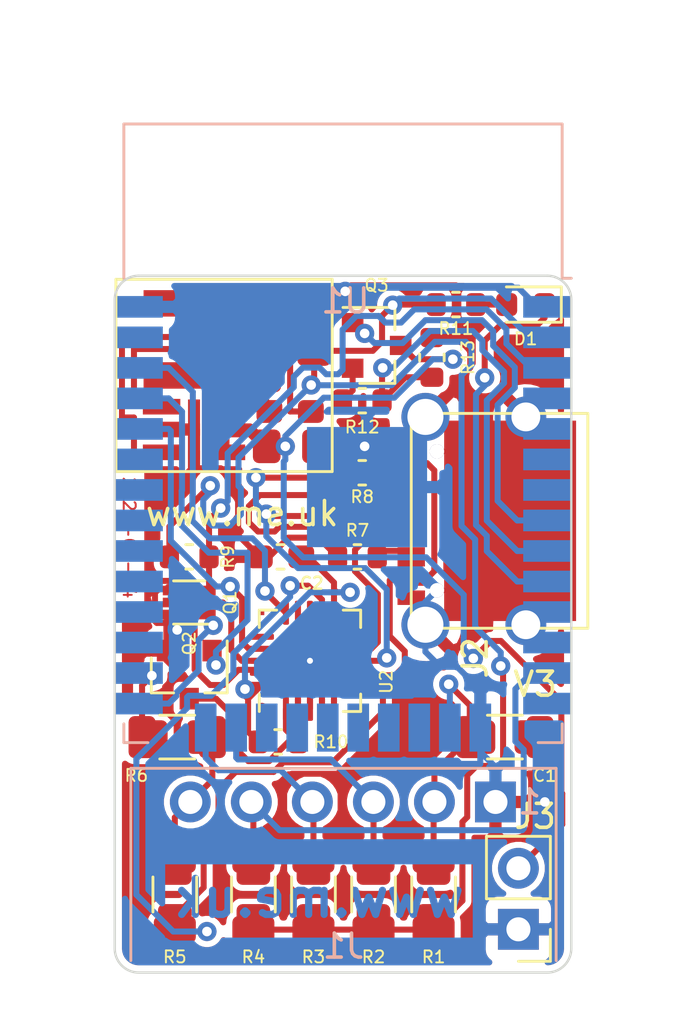
<source format=kicad_pcb>
(kicad_pcb (version 20171130) (host pcbnew "(5.1.9-0-10_14)")
  (title_block (title "Generic ESP32 (battery)") (date 2021-05-14) (rev 1) (comment 1 www.me.uk) (comment 2 @TheRealRevK))
  (layers (0 F.Cu signal) (31 B.Cu signal) (34 B.Paste user hide) (35 F.Paste user hide) (36 B.SilkS user hide) (37 F.SilkS user) (38 B.Mask user hide) (39 F.Mask user hide) (44 Edge.Cuts user hide))
  (net 0 "")
  (net 1 D+)
  (net 2 GND)
  (net 3 D-)
  (net 4 +3V3)
  (net 5 VBUS)
  (net 6 IO5)
  (net 7 IO4)
  (net 8 IO3)
  (net 9 IO2)
  (net 10 IO1)
  (net 11 O)
  (net 12 I)
  (net 13 "Net-(U1-Pad32)")
  (net 14 "Net-(U1-Pad31)")
  (net 15 "Net-(U1-Pad30)")
  (net 16 "Net-(U1-Pad22)")
  (net 17 "Net-(U1-Pad21)")
  (net 18 "Net-(U1-Pad20)")
  (net 19 "Net-(U1-Pad19)")
  (net 20 "Net-(U1-Pad18)")
  (net 21 "Net-(U1-Pad17)")
  (net 22 EN)
  (net 23 "Net-(J2-PadA8)")
  (net 24 "Net-(J2-PadA5)")
  (net 25 "Net-(J2-PadB5)")
  (net 26 "Net-(J2-PadB8)")
  (net 27 "Net-(U1-Pad33)")
  (net 28 "Net-(U1-Pad37)")
  (net 29 "Net-(U1-Pad7)")
  (net 30 "Net-(U1-Pad6)")
  (net 31 "Net-(J1-Pad6)")
  (net 32 "Net-(U1-Pad29)")
  (net 33 "Net-(U1-Pad28)")
  (net 34 GPIO0)
  (net 35 "Net-(U2-Pad16)")
  (net 36 "Net-(U2-Pad14)")
  (net 37 "Net-(U2-Pad7)")
  (net 38 "Net-(U1-Pad14)")
  (net 39 "Net-(U1-Pad27)")
  (net 40 USB3.3)
  (net 41 "Net-(Q2-Pad1)")
  (net 42 CBUS)
  (net 43 "Net-(Q1-Pad3)")
  (net 44 "Net-(D1-Pad2)")
  (net 45 "Net-(D1-Pad1)")
  (net 46 "Net-(Q1-Pad1)")
  (net 47 DC)
  (net 48 "Net-(Q3-Pad2)")
  (net 49 "Net-(Q3-Pad1)")
  (net 50 "Net-(R12-Pad2)")
  (module RevK:R_0603 (layer F.Cu) (at 130.4 102 90)
    (fp_text reference R13 (at 0 1.5 90) (layer F.SilkS) (effects (font (size 0.5 0.5) (thickness 0.08))))
    (fp_text value 1k)
    (pad 2 smd roundrect (at 0.825 0 90) (size 0.8 0.95) (layers F.Cu F.Paste F.Mask) (net 2 GND))
    (pad 1 smd roundrect (at -0.825 0 90) (size 0.8 0.95) (layers F.Cu F.Paste F.Mask) (net 50 "Net-(R12-Pad2)"))
  )
  (module RevK:R_0603 (layer F.Cu) (at 127.5 103.8)
    (fp_text reference R12 (at 0 1.1 180) (layer F.SilkS) (effects (font (size 0.5 0.5) (thickness 0.08))))
    (fp_text value 18K)
    (pad 2 smd roundrect (at 0.825 0) (size 0.8 0.95) (layers F.Cu F.Paste F.Mask) (net 50 "Net-(R12-Pad2)"))
    (pad 1 smd roundrect (at -0.825 0) (size 0.8 0.95) (layers F.Cu F.Paste F.Mask) (net 48 "Net-(Q3-Pad2)"))
  )
  (module Package_TO_SOT_SMD:SOT-23 (layer F.Cu) (at 128.1 101.5)
    (fp_text reference Q3 (at 0 -2.5) (layer F.SilkS) (effects (font (size 0.5 0.5) (thickness 0.08))))
    (fp_text value BSS169)
    (pad 3 smd rect (at 1 0) (size 0.9 0.8) (layers F.Cu F.Paste F.Mask) (net 47 DC))
    (pad 2 smd rect (at -1 0.95) (size 0.9 0.8) (layers F.Cu F.Paste F.Mask) (net 48 "Net-(Q3-Pad2)"))
    (pad 1 smd rect (at -1 -0.95) (size 0.9 0.8) (layers F.Cu F.Paste F.Mask) (net 49 "Net-(Q3-Pad1)"))
  )
  (module Package_TO_SOT_SMD:SOT-23 (layer F.Cu) (at 120.3 115.2 270)
    (fp_text reference Q2 (at -1.3 0 270) (layer F.SilkS) (effects (font (size 0.5 0.5) (thickness 0.08))))
    (fp_text value BSS169)
    (pad 3 smd rect (at 1 0 270) (size 0.9 0.8) (layers F.Cu F.Paste F.Mask) (net 11 O))
    (pad 2 smd rect (at -1 0.95 270) (size 0.9 0.8) (layers F.Cu F.Paste F.Mask) (net 2 GND))
    (pad 1 smd rect (at -1 -0.95 270) (size 0.9 0.8) (layers F.Cu F.Paste F.Mask) (net 41 "Net-(Q2-Pad1)"))
  )
  (module RevK:R_0603 (layer F.Cu) (at 131.4 99.8)
    (fp_text reference R11 (at 0 1 180) (layer F.SilkS) (effects (font (size 0.5 0.5) (thickness 0.08))))
    (fp_text value 680R)
    (pad 2 smd roundrect (at 0.825 0) (size 0.8 0.95) (layers F.Cu F.Paste F.Mask) (net 44 "Net-(D1-Pad2)"))
    (pad 1 smd roundrect (at -0.825 0) (size 0.8 0.95) (layers F.Cu F.Paste F.Mask) (net 4 +3V3))
  )
  (module LED_SMD:LED_0603_1608Metric (layer F.Cu) (at 134.3 99.8 180)
    (fp_text reference D1 (at 0 -1.43) (layer F.SilkS) (effects (font (size 0.5 0.5) (thickness 0.08))))
    (fp_text value LED)
    (pad 2 smd roundrect (at 0.7875 0 180) (size 0.875 0.95) (layers F.Cu F.Paste F.Mask) (net 44 "Net-(D1-Pad2)"))
    (pad 1 smd roundrect (at -0.7875 0 180) (size 0.875 0.95) (layers F.Cu F.Paste F.Mask) (net 45 "Net-(D1-Pad1)"))
  )
  (module RevK:R_0603 (layer F.Cu) (at 124 118)
    (fp_text reference R10 (at 2.2 0 180) (layer F.SilkS) (effects (font (size 0.5 0.5) (thickness 0.08))))
    (fp_text value 10K)
    (pad 2 smd roundrect (at 0.825 0) (size 0.8 0.95) (layers F.Cu F.Paste F.Mask) (net 11 O))
    (pad 1 smd roundrect (at -0.825 0) (size 0.8 0.95) (layers F.Cu F.Paste F.Mask) (net 40 USB3.3))
  )
  (module RevK:R_0603 (layer F.Cu) (at 120.3 110.3 180)
    (fp_text reference R9 (at -1.6 0 90) (layer F.SilkS) (effects (font (size 0.5 0.5) (thickness 0.08))))
    (fp_text value 10K)
    (pad 2 smd roundrect (at 0.825 0 180) (size 0.8 0.95) (layers F.Cu F.Paste F.Mask) (net 4 +3V3))
    (pad 1 smd roundrect (at -0.825 0 180) (size 0.8 0.95) (layers F.Cu F.Paste F.Mask) (net 43 "Net-(Q1-Pad3)"))
  )
  (module RevK:R_0603 (layer F.Cu) (at 127.5 106.8)
    (fp_text reference R8 (at 0 1 180) (layer F.SilkS) (effects (font (size 0.5 0.5) (thickness 0.08))))
    (fp_text value 5K1)
    (pad 2 smd roundrect (at 0.825 0) (size 0.8 0.95) (layers F.Cu F.Paste F.Mask) (net 25 "Net-(J2-PadB5)"))
    (pad 1 smd roundrect (at -0.825 0) (size 0.8 0.95) (layers F.Cu F.Paste F.Mask) (net 2 GND))
  )
  (module RevK:R_0603 (layer F.Cu) (at 127.3 110.3 180)
    (fp_text reference R7 (at 0 1.1 180) (layer F.SilkS) (effects (font (size 0.5 0.5) (thickness 0.08))))
    (fp_text value 5K1)
    (pad 2 smd roundrect (at 0.825 0 180) (size 0.8 0.95) (layers F.Cu F.Paste F.Mask) (net 2 GND))
    (pad 1 smd roundrect (at -0.825 0 180) (size 0.8 0.95) (layers F.Cu F.Paste F.Mask) (net 24 "Net-(J2-PadA5)"))
  )
  (module Package_TO_SOT_SMD:SOT-563 (layer F.Cu) (at 120.3 112.2 180)
    (fp_text reference Q1 (at -1.7 0 90) (layer F.SilkS) (effects (font (size 0.5 0.5) (thickness 0.08))))
    (fp_text value RN1701)
    (pad 5 smd rect (at 0.75 0 180) (size 0.7 0.4) (layers F.Cu F.Paste F.Mask) (net 22 EN) (clearance 0.1))
    (pad 4 smd rect (at 0.75 0.5 180) (size 0.7 0.4) (layers F.Cu F.Paste F.Mask) (net 2 GND) (clearance 0.1))
    (pad 2 smd rect (at -0.75 0 180) (size 0.7 0.4) (layers F.Cu F.Paste F.Mask) (net 34 GPIO0) (clearance 0.1))
    (pad 6 smd rect (at 0.75 -0.5 180) (size 0.7 0.4) (layers F.Cu F.Paste F.Mask) (net 2 GND) (clearance 0.1))
    (pad 3 smd rect (at -0.75 0.5 180) (size 0.7 0.4) (layers F.Cu F.Paste F.Mask) (net 43 "Net-(Q1-Pad3)") (clearance 0.1))
    (pad 1 smd rect (at -0.75 -0.5 180) (size 0.7 0.4) (layers F.Cu F.Paste F.Mask) (net 46 "Net-(Q1-Pad1)") (clearance 0.1))
  )
  (module RevK:Pad_1206_0805_NF (layer F.Cu) (at 119.8 117.8)
    (fp_text reference R6 (at -1.7 1.6 180) (layer F.SilkS) (effects (font (size 0.5 0.5) (thickness 0.08))))
    (fp_text value 0R)
    (pad 1 smd roundrect (at -0.9125 0) (size 1.025 1.4) (layers F.Cu F.Mask) (roundrect_rratio 0.244) (net 6 IO5))
    (pad 2 smd roundrect (at 0.9125 0) (size 1.025 1.4) (layers F.Cu F.Mask) (roundrect_rratio 0.244) (net 31 "Net-(J1-Pad6)"))
    (pad 2 smd roundrect (at 1.4625 0) (size 1.125 1.75) (layers F.Cu F.Mask) (roundrect_rratio 0.222) (net 31 "Net-(J1-Pad6)"))
    (pad 1 smd roundrect (at -1.4625 0) (size 1.125 1.75) (layers F.Cu F.Mask) (roundrect_rratio 0.222) (net 6 IO5))
  )
  (module RevK:Pad_1206_0805_NF (layer F.Cu) (at 119.7 124.35 90)
    (fp_text reference R5 (at -2.6 0 180) (layer F.SilkS) (effects (font (size 0.5 0.5) (thickness 0.08))))
    (fp_text value NF)
    (pad 1 smd roundrect (at -0.9125 0 90) (size 1.025 1.4) (layers F.Cu F.Mask) (roundrect_rratio 0.244) (net 5 VBUS))
    (pad 2 smd roundrect (at 0.9125 0 90) (size 1.025 1.4) (layers F.Cu F.Mask) (roundrect_rratio 0.244) (net 31 "Net-(J1-Pad6)"))
    (pad 2 smd roundrect (at 1.4625 0 90) (size 1.125 1.75) (layers F.Cu F.Mask) (roundrect_rratio 0.222) (net 31 "Net-(J1-Pad6)"))
    (pad 1 smd roundrect (at -1.4625 0 90) (size 1.125 1.75) (layers F.Cu F.Mask) (roundrect_rratio 0.222) (net 5 VBUS))
  )
  (module RevK:Pad_1206_0805_NF (layer F.Cu) (at 122.97 124.35 90)
    (fp_text reference R4 (at -2.6 0 180) (layer F.SilkS) (effects (font (size 0.5 0.5) (thickness 0.08))))
    (fp_text value NF)
    (pad 1 smd roundrect (at -0.9125 0 90) (size 1.025 1.4) (layers F.Cu F.Mask) (roundrect_rratio 0.244) (net 4 +3V3))
    (pad 2 smd roundrect (at 0.9125 0 90) (size 1.025 1.4) (layers F.Cu F.Mask) (roundrect_rratio 0.244) (net 7 IO4))
    (pad 2 smd roundrect (at 1.4625 0 90) (size 1.125 1.75) (layers F.Cu F.Mask) (roundrect_rratio 0.222) (net 7 IO4))
    (pad 1 smd roundrect (at -1.4625 0 90) (size 1.125 1.75) (layers F.Cu F.Mask) (roundrect_rratio 0.222) (net 4 +3V3))
  )
  (module RevK:Pad_1206_0805_NF (layer F.Cu) (at 125.47 124.35 90)
    (fp_text reference R3 (at -2.6 0 180) (layer F.SilkS) (effects (font (size 0.5 0.5) (thickness 0.08))))
    (fp_text value NF)
    (pad 1 smd roundrect (at -0.9125 0 90) (size 1.025 1.4) (layers F.Cu F.Mask) (roundrect_rratio 0.244) (net 4 +3V3))
    (pad 2 smd roundrect (at 0.9125 0 90) (size 1.025 1.4) (layers F.Cu F.Mask) (roundrect_rratio 0.244) (net 8 IO3))
    (pad 2 smd roundrect (at 1.4625 0 90) (size 1.125 1.75) (layers F.Cu F.Mask) (roundrect_rratio 0.222) (net 8 IO3))
    (pad 1 smd roundrect (at -1.4625 0 90) (size 1.125 1.75) (layers F.Cu F.Mask) (roundrect_rratio 0.222) (net 4 +3V3))
  )
  (module RevK:Pad_1206_0805_NF (layer F.Cu) (at 127.97 124.35 90)
    (fp_text reference R2 (at -2.6 0 180) (layer F.SilkS) (effects (font (size 0.5 0.5) (thickness 0.08))))
    (fp_text value NF)
    (pad 1 smd roundrect (at -0.9125 0 90) (size 1.025 1.4) (layers F.Cu F.Mask) (roundrect_rratio 0.244) (net 4 +3V3))
    (pad 2 smd roundrect (at 0.9125 0 90) (size 1.025 1.4) (layers F.Cu F.Mask) (roundrect_rratio 0.244) (net 9 IO2))
    (pad 2 smd roundrect (at 1.4625 0 90) (size 1.125 1.75) (layers F.Cu F.Mask) (roundrect_rratio 0.222) (net 9 IO2))
    (pad 1 smd roundrect (at -1.4625 0 90) (size 1.125 1.75) (layers F.Cu F.Mask) (roundrect_rratio 0.222) (net 4 +3V3))
  )
  (module RevK:Pad_1206_0805_NF (layer F.Cu) (at 130.47 124.35 90)
    (fp_text reference R1 (at -2.6 0 180) (layer F.SilkS) (effects (font (size 0.5 0.5) (thickness 0.08))))
    (fp_text value NF)
    (pad 1 smd roundrect (at -0.9125 0 90) (size 1.025 1.4) (layers F.Cu F.Mask) (roundrect_rratio 0.244) (net 4 +3V3))
    (pad 2 smd roundrect (at 0.9125 0 90) (size 1.025 1.4) (layers F.Cu F.Mask) (roundrect_rratio 0.244) (net 10 IO1))
    (pad 2 smd roundrect (at 1.4625 0 90) (size 1.125 1.75) (layers F.Cu F.Mask) (roundrect_rratio 0.222) (net 10 IO1))
    (pad 1 smd roundrect (at -1.4625 0 90) (size 1.125 1.75) (layers F.Cu F.Mask) (roundrect_rratio 0.222) (net 4 +3V3))
  )
  (module RevK:Pad_1206_0805_NF (layer F.Cu) (at 133.4375 117.8 180)
    (fp_text reference C1 (at -1.6625 -1.6 180) (layer F.SilkS) (effects (font (size 0.5 0.5) (thickness 0.08))))
    (fp_text value NF)
    (pad 1 smd roundrect (at -0.9125 0 180) (size 1.025 1.4) (layers F.Cu F.Mask) (roundrect_rratio 0.244) (net 2 GND))
    (pad 2 smd roundrect (at 0.9125 0 180) (size 1.025 1.4) (layers F.Cu F.Mask) (roundrect_rratio 0.244) (net 10 IO1))
    (pad 2 smd roundrect (at 1.4625 0 180) (size 1.125 1.75) (layers F.Cu F.Mask) (roundrect_rratio 0.222) (net 10 IO1))
    (pad 1 smd roundrect (at -1.4625 0 180) (size 1.125 1.75) (layers F.Cu F.Mask) (roundrect_rratio 0.222) (net 2 GND))
  )
  (module RevK:Molex_MiniSPOX_H6RA_0.1 (layer B.Cu) (at 126.72 120.5 180)
    (fp_text reference J1 (at 0 -6) (layer B.SilkS) (effects (justify mirror)))
    (fp_text value Connector)
    (fp_text user 1 (at -7.75 0) (layer B.SilkS) (effects (justify mirror)))
    (pad 1 thru_hole rect (at -6.325 0 90) (size 1.7 1.7) (drill 1) (layers *.Cu *.Mask) (net 2 GND))
    (pad 2 thru_hole oval (at -3.785 0 90) (size 1.7 1.7) (drill 1) (layers *.Cu *.Mask) (net 10 IO1))
    (pad 3 thru_hole oval (at -1.245 0 90) (size 1.7 1.7) (drill 1) (layers *.Cu *.Mask) (net 9 IO2))
    (pad 4 thru_hole oval (at 1.295 0 90) (size 1.7 1.7) (drill 1) (layers *.Cu *.Mask) (net 8 IO3))
    (pad 5 thru_hole oval (at 3.835 0 90) (size 1.7 1.7) (drill 1) (layers *.Cu *.Mask) (net 7 IO4))
    (pad 6 thru_hole oval (at 6.375 0 90) (size 1.7 1.7) (drill 1) (layers *.Cu *.Mask) (net 31 "Net-(J1-Pad6)"))
  )
  (module Capacitor_SMD:C_0603_1608Metric_Pad1.08x0.95mm_HandSolder (layer F.Cu) (at 124.1 110.3 180)
    (fp_text reference C2 (at -1.3 -1.1 180) (layer F.SilkS) (effects (font (size 0.5 0.5) (thickness 0.1))))
    (fp_text value 100nF)
    (pad 2 smd roundrect (at 0.8625 0 180) (size 1.075 0.95) (layers F.Cu F.Paste F.Mask) (net 2 GND))
    (pad 1 smd roundrect (at -0.8625 0 180) (size 1.075 0.95) (layers F.Cu F.Paste F.Mask) (net 40 USB3.3))
  )
  (module RF_Module:ESP32-WROOM-32 (layer B.Cu) (at 126.7 108.15 180)
    (fp_text reference U1 (at -0.1 8.5) (layer B.SilkS) (effects (justify mirror)))
    (fp_text value ESP32-WROOM-32)
    (pad 38 smd rect (at 8.5 8.255 180) (size 2 0.9) (layers B.Cu B.Paste B.Mask) (net 2 GND))
    (pad 37 smd rect (at 8.5 6.985 180) (size 2 0.9) (layers B.Cu B.Paste B.Mask) (net 28 "Net-(U1-Pad37)"))
    (pad 36 smd rect (at 8.5 5.715 180) (size 2 0.9) (layers B.Cu B.Paste B.Mask) (net 42 CBUS))
    (pad 35 smd rect (at 8.5 4.445 180) (size 2 0.9) (layers B.Cu B.Paste B.Mask) (net 41 "Net-(Q2-Pad1)"))
    (pad 34 smd rect (at 8.5 3.175 180) (size 2 0.9) (layers B.Cu B.Paste B.Mask) (net 12 I))
    (pad 33 smd rect (at 8.5 1.905 180) (size 2 0.9) (layers B.Cu B.Paste B.Mask) (net 27 "Net-(U1-Pad33)"))
    (pad 32 smd rect (at 8.5 0.635 180) (size 2 0.9) (layers B.Cu B.Paste B.Mask) (net 13 "Net-(U1-Pad32)"))
    (pad 31 smd rect (at 8.5 -0.635 180) (size 2 0.9) (layers B.Cu B.Paste B.Mask) (net 14 "Net-(U1-Pad31)"))
    (pad 30 smd rect (at 8.5 -1.905 180) (size 2 0.9) (layers B.Cu B.Paste B.Mask) (net 15 "Net-(U1-Pad30)"))
    (pad 29 smd rect (at 8.5 -3.175 180) (size 2 0.9) (layers B.Cu B.Paste B.Mask) (net 32 "Net-(U1-Pad29)"))
    (pad 28 smd rect (at 8.5 -4.445 180) (size 2 0.9) (layers B.Cu B.Paste B.Mask) (net 33 "Net-(U1-Pad28)"))
    (pad 27 smd rect (at 8.5 -5.715 180) (size 2 0.9) (layers B.Cu B.Paste B.Mask) (net 39 "Net-(U1-Pad27)"))
    (pad 26 smd rect (at 8.5 -6.985 180) (size 2 0.9) (layers B.Cu B.Paste B.Mask) (net 6 IO5))
    (pad 25 smd rect (at 8.5 -8.255 180) (size 2 0.9) (layers B.Cu B.Paste B.Mask) (net 46 "Net-(Q1-Pad1)"))
    (pad 24 smd rect (at 5.715 -9.255 90) (size 2 0.9) (layers B.Cu B.Paste B.Mask) (net 8 IO3))
    (pad 23 smd rect (at 4.445 -9.255 90) (size 2 0.9) (layers B.Cu B.Paste B.Mask) (net 9 IO2))
    (pad 22 smd rect (at 3.175 -9.255 90) (size 2 0.9) (layers B.Cu B.Paste B.Mask) (net 16 "Net-(U1-Pad22)"))
    (pad 21 smd rect (at 1.905 -9.255 90) (size 2 0.9) (layers B.Cu B.Paste B.Mask) (net 17 "Net-(U1-Pad21)"))
    (pad 20 smd rect (at 0.635 -9.255 90) (size 2 0.9) (layers B.Cu B.Paste B.Mask) (net 18 "Net-(U1-Pad20)"))
    (pad 19 smd rect (at -0.635 -9.255 90) (size 2 0.9) (layers B.Cu B.Paste B.Mask) (net 19 "Net-(U1-Pad19)"))
    (pad 18 smd rect (at -1.905 -9.255 90) (size 2 0.9) (layers B.Cu B.Paste B.Mask) (net 20 "Net-(U1-Pad18)"))
    (pad 17 smd rect (at -3.175 -9.255 90) (size 2 0.9) (layers B.Cu B.Paste B.Mask) (net 21 "Net-(U1-Pad17)"))
    (pad 16 smd rect (at -4.445 -9.255 90) (size 2 0.9) (layers B.Cu B.Paste B.Mask) (net 10 IO1))
    (pad 15 smd rect (at -5.715 -9.255 90) (size 2 0.9) (layers B.Cu B.Paste B.Mask) (net 2 GND))
    (pad 14 smd rect (at -8.5 -8.255 180) (size 2 0.9) (layers B.Cu B.Paste B.Mask) (net 38 "Net-(U1-Pad14)"))
    (pad 13 smd rect (at -8.5 -6.985 180) (size 2 0.9) (layers B.Cu B.Paste B.Mask) (net 7 IO4))
    (pad 12 smd rect (at -8.5 -5.715 180) (size 2 0.9) (layers B.Cu B.Paste B.Mask) (net 2 GND))
    (pad 11 smd rect (at -8.5 -4.445 180) (size 2 0.9) (layers B.Cu B.Paste B.Mask) (net 2 GND))
    (pad 10 smd rect (at -8.5 -3.175 180) (size 2 0.9) (layers B.Cu B.Paste B.Mask) (net 45 "Net-(D1-Pad1)"))
    (pad 9 smd rect (at -8.5 -1.905 180) (size 2 0.9) (layers B.Cu B.Paste B.Mask) (net 50 "Net-(R12-Pad2)"))
    (pad 8 smd rect (at -8.5 -0.635 180) (size 2 0.9) (layers B.Cu B.Paste B.Mask) (net 49 "Net-(Q3-Pad1)"))
    (pad 7 smd rect (at -8.5 0.635 180) (size 2 0.9) (layers B.Cu B.Paste B.Mask) (net 29 "Net-(U1-Pad7)"))
    (pad 6 smd rect (at -8.5 1.905 180) (size 2 0.9) (layers B.Cu B.Paste B.Mask) (net 30 "Net-(U1-Pad6)"))
    (pad 5 smd rect (at -8.5 3.175 180) (size 2 0.9) (layers B.Cu B.Paste B.Mask) (net 2 GND))
    (pad 4 smd rect (at -8.5 4.445 180) (size 2 0.9) (layers B.Cu B.Paste B.Mask) (net 2 GND))
    (pad 3 smd rect (at -8.5 5.715 180) (size 2 0.9) (layers B.Cu B.Paste B.Mask) (net 43 "Net-(Q1-Pad3)"))
    (pad 2 smd rect (at -8.5 6.985 180) (size 2 0.9) (layers B.Cu B.Paste B.Mask) (net 4 +3V3))
    (pad 1 smd rect (at -8.5 8.255 180) (size 2 0.9) (layers B.Cu B.Paste B.Mask) (net 2 GND))
    (pad 39 smd rect (at -1 0.755 180) (size 5 5) (layers B.Cu B.Paste B.Mask) (net 2 GND))
  )
  (module RevK:RegulatorBlock (layer F.Cu) (at 120.5 105 90)
    (fp_text reference Reg1 hide)
    (fp_text value Regulator)
    (fp_line (start 0.5 -2.5) (end -0.95 -2.5) (layer F.Cu) (width 0.25))
    (fp_line (start 0.5 -2.5) (end 0.5 -3) (layer F.Cu) (width 0.25))
    (fp_line (start 3.85 -0.25) (end 4.7 -0.25) (layer F.Cu) (width 0.25))
    (fp_line (start 3.85 -0.25) (end 3.85 -3) (layer F.Cu) (width 0.25))
    (fp_line (start 2.4 1) (end 1 1) (layer F.Cu) (width 0.5))
    (fp_line (start 2.25 1) (end 2.25 3) (layer F.Cu) (width 0.5))
    (fp_line (start 2.25 3) (end 0.75 3) (layer F.Cu) (width 0.25))
    (fp_line (start 0.75 4) (end 3.35 4) (layer F.Cu) (width 0.25))
    (fp_line (start 3.35 4) (end 3.35 -2.5) (layer F.Cu) (width 0.25))
    (fp_line (start 1 -1.3) (end 1 -2.5) (layer F.Cu) (width 0.25))
    (fp_line (start 1 -2.5) (end 3.35 -2.5) (layer F.Cu) (width 0.25))
    (fp_line (start -0.95 -1.3) (end -0.95 -2.5) (layer F.Cu) (width 0.25))
    (fp_line (start 0.5 -3) (end 3.85 -3) (layer F.Cu) (width 0.25))
    (fp_line (start 0.75 4.75) (end 0.75 4) (layer F.Cu) (width 0.25))
    (pad 3 smd roundrect (at -0.7 5.075 180) (size 1.15 1.4) (layers F.Cu F.Paste F.Mask) (roundrect_rratio 0.217) (net 2 GND))
    (pad 2 smd roundrect (at -0.7 3.025 180) (size 1.15 1.4) (layers F.Cu F.Paste F.Mask) (roundrect_rratio 0.217) (net 47 DC))
    (pad 4 smd rect (at 4.8 0.7 180) (size 0.5 1) (layers F.Cu) (net 4 +3V3))
    (pad 4 smd roundrect (at 3.95 4.3 225) (size 0.5 0.5) (layers F.Cu) (net 4 +3V3))
    (pad 4 smd roundrect (at 4 4.15 90) (size 0.5 0.5) (layers F.Cu) (net 4 +3V3))
    (pad 4 smd rect (at 3.7 4.55 225) (size 0.5 1) (layers F.Cu) (net 4 +3V3))
    (pad 2 smd roundrect (at 0 2.2 90) (size 0.5 0.5) (layers F.Cu) (net 47 DC))
    (pad 2 smd roundrect (at -0.05 2.35 225) (size 0.5 0.5) (layers F.Cu) (net 47 DC))
    (pad 2 smd rect (at 0 1.85 90) (size 0.5 1) (layers F.Cu) (net 47 DC))
    (pad 2 smd rect (at -0.35 2.65 225) (size 0.5 1) (layers F.Cu) (net 47 DC))
    (pad 3 smd rect (at 5.25 4.35 90) (size 0.5 1) (layers F.Cu) (net 2 GND))
    (pad 3 smd rect (at 5.25 3.5 90) (size 0.5 1) (layers F.Cu) (net 2 GND))
    (pad 3 smd rect (at 0 -0.75 90) (size 0.5 1) (layers F.Cu) (net 2 GND))
    (pad 3 smd rect (at 0 -0.15 90) (size 0.5 0.8) (layers F.Cu) (net 2 GND))
    (pad 3 smd rect (at 5.25 4 90) (size 0.5 1) (layers F.Cu) (net 2 GND))
    (pad 4 smd roundrect (at 4 0.7 90) (size 0.5 0.5) (layers F.Cu) (net 4 +3V3))
    (pad 4 smd rect (at 4.4 0.7 180) (size 0.5 1) (layers F.Cu) (net 4 +3V3))
    (pad 4 smd rect (at 4 2.4 90) (size 0.5 3.65) (layers F.Cu) (net 4 +3V3))
    (pad ~ smd roundrect (at 2.2625 2.75 90) (size 1.425 1.75) (layers F.Cu F.Paste F.Mask) (roundrect_rratio 0.175))
    (pad 3 smd roundrect (at 5.2375 2.75 90) (size 1.425 1.75) (layers F.Cu F.Paste F.Mask) (roundrect_rratio 0.175) (net 2 GND))
    (pad 3 smd rect (at 0 0 180) (size 0.5 2.5) (layers F.Cu) (net 2 GND))
    (pad 3 smd rect (at 0 -0.4 90) (size 0.5 0.8) (layers F.Cu) (net 2 GND))
    (pad 4 smd rect (at 5.25 -0.25 180) (size 3.7 1.1) (layers F.Cu F.Paste F.Mask) (net 4 +3V3))
    (pad ~ smd rect (at 2.25 -0.25 180) (size 3.7 1.1) (layers F.Cu F.Paste F.Mask))
    (pad 3 smd roundrect (at 5.275 5 90) (size 1.15 1.4) (layers F.Cu F.Paste F.Mask) (roundrect_rratio 0.217) (net 2 GND))
    (pad 4 smd roundrect (at 3.225 5 90) (size 1.15 1.4) (layers F.Cu F.Paste F.Mask) (roundrect_rratio 0.217) (net 4 +3V3))
    (pad ~ smd roundrect (at 0.75 4.8625 180) (size 1.075 0.95) (layers F.Cu F.Paste F.Mask))
    (pad ~ smd roundrect (at 0.75 3.1375 180) (size 1.075 0.95) (layers F.Cu F.Paste F.Mask))
    (pad 1 smd rect (at -0.95 1.35 180) (size 1.56 0.65) (layers F.Cu F.Paste F.Mask) (net 47 DC))
    (pad 2 smd rect (at 0 1.35 180) (size 1.56 0.65) (layers F.Cu F.Paste F.Mask) (net 47 DC))
    (pad ~ smd rect (at 0.95 1.35 180) (size 1.56 0.65) (layers F.Cu F.Paste F.Mask))
    (pad ~ smd rect (at 0.95 -1.35 180) (size 1.56 0.65) (layers F.Cu F.Paste F.Mask))
    (pad ~ smd rect (at -0.95 -1.35 180) (size 1.56 0.65) (layers F.Cu F.Paste F.Mask))
    (pad 3 smd rect (at 0 -1.35 180) (size 1.56 0.65) (layers F.Cu F.Paste F.Mask) (net 2 GND))
  )
  (module "RevK:QFN-20-(hand)-1EP_4x4mm_P0.5mm_EP2.5x2.5mm" (layer F.Cu) (at 125.325 114.625 90)
    (fp_text reference U2 (at -0.875 3.175 270) (layer F.SilkS) (effects (font (size 0.5 0.5) (thickness 0.08))))
    (fp_text value FT231XQ)
    (pad 21 smd rect (at 0 0 315) (size 0.354 2.475) (layers F.Cu F.Mask) (net 2 GND))
    (pad 21 smd rect (at 0 0.125 90) (size 2 1.75) (layers F.Cu F.Mask) (net 2 GND))
    (pad 21 thru_hole circle (at 0 0 90) (size 0.35 0.35) (drill 0.25) (layers *.Cu *.Mask) (net 2 GND) (clearance 0.1))
    (pad ~ smd rect (at -2 -2 90) (size 0.2 0.2) (layers F.Cu) (clearance 0.33))
    (pad ~ smd rect (at 2 2 90) (size 0.2 0.2) (layers F.Cu) (clearance 0.33))
    (pad ~ smd rect (at -2 2 90) (size 0.2 0.2) (layers F.Cu) (clearance 0.33))
    (pad ~ smd rect (at 2 -2 90) (size 0.2 0.2) (layers F.Cu) (clearance 0.33))
    (pad ~ smd circle (at -2 -2 90) (size 0.5 0.5) (layers F.Cu F.Paste F.Mask))
    (pad 21 smd rect (at 0.125 0 90) (size 1.75 2) (layers F.Cu F.Mask) (net 2 GND))
    (pad 20 smd roundrect (at -1 -2 90) (size 0.25 1) (layers F.Cu F.Paste F.Mask) (net 40 USB3.3))
    (pad 19 smd roundrect (at -0.5 -2 90) (size 0.25 1) (layers F.Cu F.Paste F.Mask) (net 22 EN))
    (pad 18 smd roundrect (at 0 -2 90) (size 0.25 1) (layers F.Cu F.Paste F.Mask) (net 34 GPIO0))
    (pad 17 smd roundrect (at 0.5 -2 90) (size 0.25 1) (layers F.Cu F.Paste F.Mask) (net 12 I))
    (pad 16 smd roundrect (at 1 -2 90) (size 0.25 1) (layers F.Cu F.Paste F.Mask) (net 35 "Net-(U2-Pad16)"))
    (pad 15 smd roundrect (at 2 -1 90) (size 1 0.25) (layers F.Cu F.Paste F.Mask) (net 42 CBUS))
    (pad 14 smd roundrect (at 2 -0.5 90) (size 1 0.25) (layers F.Cu F.Paste F.Mask) (net 36 "Net-(U2-Pad14)"))
    (pad 13 smd roundrect (at 2 0 90) (size 1 0.25) (layers F.Cu F.Paste F.Mask) (net 2 GND))
    (pad 12 smd roundrect (at 2 0.5 90) (size 1 0.25) (layers F.Cu F.Paste F.Mask) (net 5 VBUS))
    (pad 11 smd roundrect (at 2 1 90) (size 1 0.25) (layers F.Cu F.Paste F.Mask) (net 40 USB3.3))
    (pad 10 smd roundrect (at 1 2 90) (size 0.25 1) (layers F.Cu F.Paste F.Mask) (net 40 USB3.3))
    (pad 9 smd roundrect (at 0.5 2 90) (size 0.25 1) (layers F.Cu F.Paste F.Mask) (net 3 D-))
    (pad 8 smd roundrect (at 0 2 90) (size 0.25 1) (layers F.Cu F.Paste F.Mask) (net 1 D+))
    (pad 7 smd roundrect (at -0.5 2 90) (size 0.25 1) (layers F.Cu F.Paste F.Mask) (net 37 "Net-(U2-Pad7)"))
    (pad 6 smd roundrect (at -1 2 90) (size 0.25 1) (layers F.Cu F.Paste F.Mask) (net 2 GND))
    (pad 5 smd roundrect (at -2 1 90) (size 1 0.25) (layers F.Cu F.Paste F.Mask) (net 2 GND))
    (pad 4 smd roundrect (at -2 0.5 90) (size 1 0.25) (layers F.Cu F.Paste F.Mask) (net 2 GND))
    (pad 3 smd roundrect (at -2 0 90) (size 1 0.25) (layers F.Cu F.Paste F.Mask) (net 2 GND))
    (pad 2 smd roundrect (at -2 -0.5 90) (size 1 0.25) (layers F.Cu F.Paste F.Mask) (net 2 GND))
    (pad 1 smd roundrect (at -2 -1 90) (size 1 0.25) (layers F.Cu F.Paste F.Mask) (net 11 O))
  )
  (module Connector_PinHeader_2.54mm:PinHeader_1x02_P2.54mm_Vertical (layer F.Cu) (at 134 125.8 180)
    (fp_text reference J3 (at -0.7 4.7) (layer F.SilkS))
    (fp_text value DC)
    (pad 2 thru_hole oval (at 0 2.54 180) (size 1.7 1.7) (drill 1) (layers *.Cu *.Mask) (net 47 DC))
    (pad 1 thru_hole rect (at 0 0 180) (size 1.7 1.7) (drill 1) (layers *.Cu *.Mask) (net 2 GND))
  )
  (module RevK:USC16-TR-Round (layer F.Cu) (at 136.4 108.8 90)
    (fp_text reference J2 (at -5.7 -4.2 270) (layer F.SilkS))
    (fp_text value USB-C)
    (pad S1 smd rect (at 4.02 -5.42 270) (size 0.2 0.5) (layers F.Cu) (net 2 GND))
    (pad S1 smd rect (at -4.03 -5.43 270) (size 0.2 0.5) (layers F.Cu) (net 2 GND))
    (pad S1 smd rect (at 2.89 -5.44 270) (size 0.2 0.5) (layers F.Cu) (net 2 GND))
    (pad S1 smd rect (at 2.89 -5.57 270) (size 0.2 0.5) (layers F.Cu) (net 2 GND))
    (pad S1 smd rect (at -2.9 -5.44 270) (size 0.2 0.5) (layers F.Cu) (net 2 GND))
    (pad S1 smd rect (at -2.9 -5.59 270) (size 0.2 0.5) (layers F.Cu) (net 2 GND))
    (pad S1 smd rect (at -3.61 -2.08 180) (size 0.2 0.5) (layers F.Cu) (net 2 GND))
    (pad S1 smd rect (at 3.43 -6.44 315) (size 0.2 0.5) (layers F.Cu) (net 2 GND))
    (pad S1 smd rect (at -3.45 -6.38 225) (size 0.2 0.5) (layers F.Cu) (net 2 GND))
    (pad S1 smd rect (at 3.62 -2.08 180) (size 0.2 0.5) (layers F.Cu) (net 2 GND))
    (pad S1 smd rect (at 0 -2.745 90) (size 8.34 5.49) (layers F.Cu F.Mask) (net 2 GND))
    (pad A12 smd rect (at 3.2 -6.86 90) (size 0.6 1.14) (layers F.Cu) (net 2 GND))
    (pad A4 smd rect (at -2.4 -6.86 90) (size 0.6 1.14) (layers F.Cu F.Paste F.Mask) (net 5 VBUS))
    (pad B12 smd rect (at -3.2 -6.86 90) (size 0.6 1.14) (layers F.Cu) (net 2 GND))
    (pad B4 smd rect (at 2.4 -6.86 90) (size 0.6 1.14) (layers F.Cu F.Paste F.Mask) (net 5 VBUS))
    (pad S1 thru_hole circle (at 4.325 -2.09 90) (size 1.7 1.7) (drill 1.2) (layers *.Cu *.Mask) (net 2 GND))
    (pad S1 thru_hole circle (at -4.325 -2.09 90) (size 1.7 1.7) (drill 1.2) (layers *.Cu *.Mask) (net 2 GND))
    (pad S1 thru_hole circle (at 4.325 -6.27 90) (size 2 2) (drill 1.5) (layers *.Cu *.Mask) (net 2 GND))
    (pad S1 thru_hole circle (at -4.325 -6.27 90) (size 2 2) (drill 1.5) (layers *.Cu *.Mask) (net 2 GND))
    (pad A7 smd rect (at 0.25 -6.86 90) (size 0.3 1.14) (layers F.Cu F.Paste F.Mask) (net 3 D-))
    (pad A6 smd rect (at -0.25 -6.86 90) (size 0.3 1.14) (layers F.Cu F.Paste F.Mask) (net 1 D+))
    (pad B6 smd rect (at 0.75 -6.86 90) (size 0.3 1.14) (layers F.Cu F.Paste F.Mask) (net 1 D+))
    (pad B7 smd rect (at -0.75 -6.86 90) (size 0.3 1.14) (layers F.Cu F.Paste F.Mask) (net 3 D-))
    (pad A8 smd rect (at 1.25 -6.86 90) (size 0.3 1.14) (layers F.Cu F.Paste F.Mask) (net 23 "Net-(J2-PadA8)"))
    (pad A5 smd rect (at -1.25 -6.86 90) (size 0.3 1.14) (layers F.Cu F.Paste F.Mask) (net 24 "Net-(J2-PadA5)"))
    (pad B5 smd rect (at 1.75 -6.86 90) (size 0.3 1.14) (layers F.Cu F.Paste F.Mask) (net 25 "Net-(J2-PadB5)"))
    (pad B8 smd rect (at -1.75 -6.86 90) (size 0.3 1.14) (layers F.Cu F.Paste F.Mask) (net 26 "Net-(J2-PadB8)"))
    (pad A9 smd rect (at 2.4 -6.86 90) (size 0.6 1.14) (layers F.Cu) (net 5 VBUS))
    (pad B9 smd rect (at -2.4 -6.86 90) (size 0.6 1.14) (layers F.Cu) (net 5 VBUS))
    (pad B1 smd rect (at 3.2 -6.86 90) (size 0.6 1.14) (layers F.Cu F.Paste F.Mask) (net 2 GND))
    (pad S1 thru_hole circle (at 2.89 -5.79 90) (size 0.6 0.6) (drill 0.6) (layers *.Cu) (net 2 GND))
    (pad S1 thru_hole circle (at -2.89 -5.79 90) (size 0.6 0.6) (drill 0.6) (layers *.Cu) (net 2 GND))
    (pad A1 smd rect (at -3.2 -6.86 90) (size 0.6 1.14) (layers F.Cu F.Paste F.Mask) (net 2 GND))
  )
  (gr_text 2021-05-14 (at 117.8 109.5 -90) (layer F.Cu) (effects (font (size 0.5 0.5) (thickness 0.08))))
  (gr_arc (start 118.2 99.6) (end 117.2 99.6) (angle 90) (layer Edge.Cuts) (width 0.1))
  (gr_arc (start 118.2 126.6) (end 118.2 127.6) (angle 90) (layer Edge.Cuts) (width 0.1))
  (gr_arc (start 135.2 126.6) (end 136.2 126.6) (angle 90) (layer Edge.Cuts) (width 0.1))
  (gr_arc (start 135.2 99.6) (end 135.2 98.6) (angle 90) (layer Edge.Cuts) (width 0.1))
  (gr_text www.me.uk (at 122.5 108.5) (layer F.SilkS) (effects (font (size 1 1))))
  (gr_text V3 (at 134.7 115.6) (layer F.SilkS) (effects (font (size 1 1))))
  (gr_text www.me.uk (at 125.7 124.5) (layer B.Cu) (effects (font (size 1.5 1.5) (thickness 0.3)) (justify mirror)))
  (gr_line (start 118.2 127.6) (end 135.2 127.6) (layer Edge.Cuts) (width 0.1))
  (gr_line (start 136.2 126.6) (end 136.2 99.6) (layer Edge.Cuts) (width 0.1))
  (gr_line (start 117.2 99.6) (end 117.2 126.6) (layer Edge.Cuts) (width 0.1))
  (gr_line (start 135.2 98.6) (end 118.2 98.6) (layer Edge.Cuts) (width 0.1))
  (via (at 128.519703 114.503639) (size 0.8) (drill 0.4) (layers F.Cu B.Cu) (net 1))
  (segment (start 128.398342 114.625) (end 128.519703 114.503639) (width 0.25) (layer F.Cu) (net 1))
  (segment (start 127.325 114.625) (end 128.398342 114.625) (width 0.25) (layer F.Cu) (net 1))
  (via (at 123.07499 107.002896) (size 0.8) (drill 0.4) (layers F.Cu B.Cu) (net 1))
  (segment (start 128.85 108.05) (end 128.4 107.6) (width 0.25) (layer F.Cu) (net 1))
  (segment (start 126.034733 107.6) (end 125.437629 107.002896) (width 0.25) (layer F.Cu) (net 1))
  (segment (start 125.437629 107.002896) (end 123.07499 107.002896) (width 0.25) (layer F.Cu) (net 1))
  (segment (start 129.54 108.05) (end 128.85 108.05) (width 0.25) (layer F.Cu) (net 1))
  (segment (start 128.4 107.6) (end 126.034733 107.6) (width 0.25) (layer F.Cu) (net 1))
  (via (at 123.508521 108.519276) (size 0.8) (drill 0.4) (layers F.Cu B.Cu) (net 1))
  (segment (start 129.54 109.05) (end 129.539979 109.049979) (width 0.25) (layer F.Cu) (net 1))
  (segment (start 123.07499 108.085745) (end 123.508521 108.519276) (width 0.25) (layer B.Cu) (net 1))
  (segment (start 128.38639 109.049979) (end 127.936379 108.599968) (width 0.25) (layer F.Cu) (net 1))
  (segment (start 123.589213 108.599968) (end 123.508521 108.519276) (width 0.25) (layer F.Cu) (net 1))
  (segment (start 123.07499 107.002896) (end 123.07499 108.085745) (width 0.25) (layer B.Cu) (net 1))
  (segment (start 129.539979 109.049979) (end 128.38639 109.049979) (width 0.25) (layer F.Cu) (net 1))
  (segment (start 127.936379 108.599968) (end 123.589213 108.599968) (width 0.25) (layer F.Cu) (net 1))
  (segment (start 128.519703 111.656115) (end 128.519703 114.503639) (width 0.25) (layer B.Cu) (net 1))
  (segment (start 124.831794 110.768206) (end 127.631794 110.768206) (width 0.25) (layer B.Cu) (net 1))
  (segment (start 123.508521 109.444932) (end 124.831794 110.768206) (width 0.25) (layer B.Cu) (net 1))
  (segment (start 123.508521 108.519276) (end 123.508521 109.444932) (width 0.25) (layer B.Cu) (net 1))
  (segment (start 127.631794 110.768206) (end 128.519703 111.656115) (width 0.25) (layer B.Cu) (net 1))
  (via (at 127.6 105.7) (size 0.8) (drill 0.4) (layers F.Cu B.Cu) (net 2))
  (segment (start 125.325 112.625) (end 125.325 114.5) (width 0.25) (layer F.Cu) (net 2))
  (segment (start 124.825 115.25) (end 125.45 114.625) (width 0.25) (layer F.Cu) (net 2))
  (segment (start 124.825 116.625) (end 124.825 115.25) (width 0.25) (layer F.Cu) (net 2))
  (segment (start 126.45 115.625) (end 125.45 114.625) (width 0.25) (layer F.Cu) (net 2))
  (segment (start 127.325 115.625) (end 126.45 115.625) (width 0.25) (layer F.Cu) (net 2))
  (segment (start 125.325 114.75) (end 125.45 114.625) (width 0.25) (layer F.Cu) (net 2))
  (segment (start 125.325 116.625) (end 125.325 114.75) (width 0.25) (layer F.Cu) (net 2))
  (segment (start 125.825 115) (end 125.45 114.625) (width 0.25) (layer F.Cu) (net 2))
  (segment (start 125.825 116.625) (end 125.825 115) (width 0.25) (layer F.Cu) (net 2))
  (segment (start 126.325 115.5) (end 125.45 114.625) (width 0.25) (layer F.Cu) (net 2))
  (segment (start 126.325 116.625) (end 126.325 115.5) (width 0.25) (layer F.Cu) (net 2))
  (segment (start 119.35 112.9) (end 119.524999 112.725001) (width 0.25) (layer F.Cu) (net 2))
  (segment (start 119.35 113.05) (end 118.95 113.05) (width 0.25) (layer F.Cu) (net 2))
  (segment (start 119.35 114.2) (end 119.35 113.05) (width 0.25) (layer F.Cu) (net 2))
  (segment (start 119.35 113.05) (end 119.35 112.9) (width 0.25) (layer F.Cu) (net 2))
  (segment (start 118.874999 112.974999) (end 118.874999 111.325001) (width 0.25) (layer F.Cu) (net 2))
  (segment (start 118.95 113.05) (end 118.874999 112.974999) (width 0.25) (layer F.Cu) (net 2))
  (segment (start 118.874999 111.325001) (end 118.9 111.3) (width 0.25) (layer F.Cu) (net 2))
  (segment (start 118.9 111.3) (end 119.6 111.3) (width 0.25) (layer F.Cu) (net 2))
  (segment (start 119.6 111.65) (end 119.575001 111.674999) (width 0.25) (layer F.Cu) (net 2))
  (segment (start 119.6 111.3) (end 119.6 111.65) (width 0.25) (layer F.Cu) (net 2))
  (segment (start 127.7 106.905) (end 130.13 104.475) (width 0.25) (layer B.Cu) (net 2))
  (segment (start 127.7 107.395) (end 127.7 106.905) (width 0.25) (layer B.Cu) (net 2))
  (segment (start 134.84 112.595) (end 134.31 113.125) (width 0.25) (layer B.Cu) (net 2))
  (segment (start 135.2 112.595) (end 134.84 112.595) (width 0.25) (layer B.Cu) (net 2))
  (segment (start 135.05 113.865) (end 134.31 113.125) (width 0.25) (layer B.Cu) (net 2))
  (segment (start 135.2 113.865) (end 135.05 113.865) (width 0.25) (layer B.Cu) (net 2))
  (segment (start 134.81 104.975) (end 134.31 104.475) (width 0.25) (layer B.Cu) (net 2))
  (segment (start 135.2 104.975) (end 134.81 104.975) (width 0.25) (layer B.Cu) (net 2))
  (segment (start 135.08 103.705) (end 134.31 104.475) (width 0.25) (layer B.Cu) (net 2))
  (segment (start 135.2 103.705) (end 135.08 103.705) (width 0.25) (layer B.Cu) (net 2))
  (segment (start 132.415 115.841996) (end 132.415 117.405) (width 0.25) (layer B.Cu) (net 2))
  (segment (start 125.325 114.625) (end 126.779999 116.079999) (width 0.25) (layer B.Cu) (net 2))
  (segment (start 130.751998 114.874998) (end 131.448002 114.874998) (width 0.25) (layer B.Cu) (net 2))
  (segment (start 129.546997 116.079999) (end 130.751998 114.874998) (width 0.25) (layer B.Cu) (net 2))
  (segment (start 131.448002 114.874998) (end 132.415 115.841996) (width 0.25) (layer B.Cu) (net 2))
  (segment (start 126.779999 116.079999) (end 129.546997 116.079999) (width 0.25) (layer B.Cu) (net 2))
  (segment (start 130.13 114.253) (end 130.751998 114.874998) (width 0.25) (layer B.Cu) (net 2))
  (segment (start 130.13 113.125) (end 130.13 114.253) (width 0.25) (layer B.Cu) (net 2))
  (segment (start 130.13 112.17) (end 130.61 111.69) (width 0.25) (layer B.Cu) (net 2))
  (segment (start 130.13 113.125) (end 130.13 112.17) (width 0.25) (layer B.Cu) (net 2))
  (segment (start 119.35 114.602317) (end 119.754682 115.006999) (width 0.25) (layer F.Cu) (net 2))
  (segment (start 119.754682 115.006999) (end 119.754682 115.254682) (width 0.25) (layer F.Cu) (net 2))
  (segment (start 119.35 114.2) (end 119.35 114.602317) (width 0.25) (layer F.Cu) (net 2))
  (segment (start 119.754682 115.254682) (end 119.3 115.709364) (width 0.25) (layer F.Cu) (net 2))
  (segment (start 119.3 116.68687) (end 119.8 117.18687) (width 0.25) (layer F.Cu) (net 2))
  (segment (start 119.3 115.709364) (end 119.3 116.68687) (width 0.25) (layer F.Cu) (net 2))
  (segment (start 119.8 117.18687) (end 119.8 119) (width 0.25) (layer F.Cu) (net 2))
  (segment (start 119.8 119) (end 118.3 120.5) (width 0.25) (layer F.Cu) (net 2))
  (segment (start 118.3 120.5) (end 118.3 126.7) (width 0.25) (layer F.Cu) (net 2))
  (segment (start 118.3 126.7) (end 118.6 127) (width 0.25) (layer F.Cu) (net 2))
  (segment (start 118.6 127) (end 131.7 127) (width 0.25) (layer F.Cu) (net 2))
  (segment (start 131.7 127) (end 132 126.7) (width 0.25) (layer F.Cu) (net 2))
  (segment (start 132 126.7) (end 132 126.4) (width 0.25) (layer F.Cu) (net 2))
  (segment (start 132.6 125.8) (end 134 125.8) (width 0.25) (layer F.Cu) (net 2))
  (segment (start 132 126.4) (end 132.6 125.8) (width 0.25) (layer F.Cu) (net 2))
  (segment (start 132.415 118.915) (end 129.185 118.915) (width 0.25) (layer B.Cu) (net 2))
  (segment (start 132.415 117.405) (end 132.415 118.915) (width 0.25) (layer B.Cu) (net 2))
  (segment (start 132.415 117.405) (end 132.415 118.415) (width 0.25) (layer B.Cu) (net 2))
  (segment (start 133.045 119.045) (end 133.045 120.5) (width 0.25) (layer B.Cu) (net 2))
  (segment (start 132.415 118.415) (end 133.045 119.045) (width 0.25) (layer B.Cu) (net 2))
  (via (at 135.099978 120.5) (size 0.8) (drill 0.4) (layers F.Cu B.Cu) (net 2))
  (segment (start 133.045 120.5) (end 135.099978 120.5) (width 0.25) (layer F.Cu) (net 2))
  (segment (start 134.9 120.300022) (end 135.099978 120.5) (width 0.25) (layer F.Cu) (net 2))
  (segment (start 134.9 117.8) (end 134.9 120.300022) (width 0.25) (layer F.Cu) (net 2))
  (via (at 119.797858 113.339079) (size 0.8) (drill 0.4) (layers F.Cu B.Cu) (net 2))
  (segment (start 119.35 114.2) (end 119.35 113.786937) (width 0.25) (layer F.Cu) (net 2))
  (segment (start 119.35 113.786937) (end 119.797858 113.339079) (width 0.25) (layer F.Cu) (net 2))
  (segment (start 130.13 113.125) (end 131.2 114.195) (width 0.25) (layer F.Cu) (net 2))
  (segment (start 131.2 114.195) (end 131.2 114.6) (width 0.25) (layer F.Cu) (net 2))
  (segment (start 131.2 114.6) (end 130.9 114.9) (width 0.25) (layer F.Cu) (net 2))
  (segment (start 130.9 114.9) (end 130.7 114.9) (width 0.25) (layer F.Cu) (net 2))
  (segment (start 130.7 114.9) (end 129.7 115.9) (width 0.25) (layer F.Cu) (net 2))
  (segment (start 129.7 115.9) (end 129.7 116.5) (width 0.25) (layer F.Cu) (net 2))
  (segment (start 126.600001 119.599999) (end 126.600001 121.899999) (width 0.25) (layer F.Cu) (net 2))
  (segment (start 126.624999 119.324999) (end 124.575001 119.324999) (width 0.25) (layer F.Cu) (net 2))
  (segment (start 126.75 119.45) (end 126.624999 119.324999) (width 0.25) (layer F.Cu) (net 2))
  (segment (start 129.7 116.5) (end 126.75 119.45) (width 0.25) (layer F.Cu) (net 2))
  (segment (start 126.75 119.45) (end 126.600001 119.599999) (width 0.25) (layer F.Cu) (net 2))
  (segment (start 124.249999 119.650001) (end 124.249999 121.550001) (width 0.25) (layer F.Cu) (net 2))
  (segment (start 124.575001 119.324999) (end 124.249999 119.650001) (width 0.25) (layer F.Cu) (net 2))
  (segment (start 118.6 111) (end 118.9 111.3) (width 0.25) (layer F.Cu) (net 2))
  (segment (start 118.6 109.1) (end 118.6 111) (width 0.25) (layer F.Cu) (net 2))
  (segment (start 127.5 105.8) (end 127.6 105.7) (width 0.5) (layer F.Cu) (net 2))
  (segment (start 126.025 105.8) (end 127.5 105.8) (width 0.5) (layer F.Cu) (net 2))
  (segment (start 120.5 105) (end 120.5 106.7) (width 0.5) (layer F.Cu) (net 2))
  (segment (start 120.5 106.7) (end 119.1 108.1) (width 0.5) (layer F.Cu) (net 2))
  (segment (start 126.675 106.625) (end 127.6 105.7) (width 0.5) (layer F.Cu) (net 2))
  (segment (start 126.675 106.8) (end 126.675 106.625) (width 0.5) (layer F.Cu) (net 2))
  (segment (start 125.5 99.725) (end 126.316367 99.725) (width 0.5) (layer F.Cu) (net 2))
  (via (at 126.791357 99.25001) (size 0.8) (drill 0.4) (layers F.Cu B.Cu) (net 2))
  (segment (start 126.316367 99.725) (end 126.791357 99.25001) (width 0.5) (layer F.Cu) (net 2))
  (segment (start 126.475 110.3) (end 125.67499 109.49999) (width 0.25) (layer F.Cu) (net 2))
  (segment (start 123.62949 110.3) (end 123.2375 110.3) (width 0.25) (layer F.Cu) (net 2))
  (segment (start 124.4295 109.49999) (end 123.62949 110.3) (width 0.25) (layer F.Cu) (net 2))
  (segment (start 125.67499 109.49999) (end 124.4295 109.49999) (width 0.25) (layer F.Cu) (net 2))
  (segment (start 135.2 99.895) (end 134.795 99.895) (width 0.25) (layer B.Cu) (net 2))
  (segment (start 134.795 99.895) (end 134 99.1) (width 0.25) (layer B.Cu) (net 2))
  (segment (start 134 99.1) (end 126.941367 99.1) (width 0.25) (layer B.Cu) (net 2))
  (segment (start 126.941367 99.1) (end 126.791357 99.25001) (width 0.25) (layer B.Cu) (net 2))
  (segment (start 130.4 101.175) (end 131.875 101.175) (width 0.25) (layer F.Cu) (net 2))
  (segment (start 131.997517 102.42306) (end 131.3 103.120577) (width 0.25) (layer F.Cu) (net 2))
  (segment (start 131.997517 101.727058) (end 131.997517 102.42306) (width 0.25) (layer F.Cu) (net 2))
  (segment (start 131.660229 101.38977) (end 131.997517 101.727058) (width 0.25) (layer F.Cu) (net 2))
  (segment (start 131.3 103.305) (end 130.13 104.475) (width 0.25) (layer F.Cu) (net 2))
  (segment (start 131.3 103.120577) (end 131.3 103.305) (width 0.25) (layer F.Cu) (net 2))
  (segment (start 127.041377 98.99999) (end 131.39999 98.99999) (width 0.25) (layer F.Cu) (net 2))
  (segment (start 126.791357 99.25001) (end 127.041377 98.99999) (width 0.25) (layer F.Cu) (net 2))
  (segment (start 131.39999 98.99999) (end 131.5 99.1) (width 0.25) (layer F.Cu) (net 2))
  (segment (start 131.5 99.1) (end 131.5 100.6) (width 0.25) (layer F.Cu) (net 2))
  (segment (start 131.824999 100.924999) (end 131.824999 101.224999) (width 0.25) (layer F.Cu) (net 2))
  (segment (start 131.5 100.6) (end 131.824999 100.924999) (width 0.25) (layer F.Cu) (net 2))
  (segment (start 131.824999 101.224999) (end 131.660229 101.38977) (width 0.25) (layer F.Cu) (net 2))
  (segment (start 131.875 101.175) (end 131.824999 101.224999) (width 0.25) (layer F.Cu) (net 2))
  (segment (start 124.249999 121.550001) (end 124.249999 124.350001) (width 0.25) (layer F.Cu) (net 2))
  (segment (start 124.249999 124.350001) (end 124.2 124.4) (width 0.25) (layer F.Cu) (net 2))
  (segment (start 124.2 124.4) (end 121.7 124.4) (width 0.25) (layer F.Cu) (net 2))
  (segment (start 120.5 106.7) (end 120.586441 106.613559) (width 0.25) (layer F.Cu) (net 2))
  (segment (start 120.586441 106.613559) (end 121.612651 106.613559) (width 0.25) (layer F.Cu) (net 2))
  (segment (start 121.612651 106.613559) (end 122.333508 107.334416) (width 0.25) (layer F.Cu) (net 2))
  (segment (start 122.333508 109.396008) (end 123.2375 110.3) (width 0.25) (layer F.Cu) (net 2))
  (segment (start 122.333508 107.334416) (end 122.333508 109.396008) (width 0.25) (layer F.Cu) (net 2))
  (segment (start 128.66999 109.49999) (end 128.72 109.55) (width 0.25) (layer F.Cu) (net 3))
  (segment (start 128.72 109.55) (end 129.54 109.55) (width 0.25) (layer F.Cu) (net 3))
  (segment (start 128.09999 109.49999) (end 128.66999 109.49999) (width 0.25) (layer F.Cu) (net 3))
  (segment (start 127.873022 114.125) (end 128.15001 113.848012) (width 0.25) (layer F.Cu) (net 3))
  (segment (start 127.707532 109.49999) (end 128.09999 109.49999) (width 0.25) (layer F.Cu) (net 3))
  (segment (start 127.325 114.125) (end 127.873022 114.125) (width 0.25) (layer F.Cu) (net 3))
  (segment (start 128.15001 113.848012) (end 128.15001 111.85001) (width 0.25) (layer F.Cu) (net 3))
  (segment (start 127.20001 110.007512) (end 127.707532 109.49999) (width 0.25) (layer F.Cu) (net 3))
  (segment (start 128.15001 111.85001) (end 127.20001 110.90001) (width 0.25) (layer F.Cu) (net 3))
  (segment (start 127.20001 110.90001) (end 127.20001 110.007512) (width 0.25) (layer F.Cu) (net 3))
  (segment (start 128.302091 108.138501) (end 128.71359 108.55) (width 0.25) (layer F.Cu) (net 3))
  (segment (start 122.783519 108.187682) (end 123.243295 107.727906) (width 0.25) (layer F.Cu) (net 3))
  (segment (start 127.649979 109.049979) (end 124.050822 109.049979) (width 0.25) (layer F.Cu) (net 3))
  (segment (start 123.243295 107.727906) (end 125.526228 107.727906) (width 0.25) (layer F.Cu) (net 3))
  (segment (start 125.526228 107.727906) (end 125.936823 108.138501) (width 0.25) (layer F.Cu) (net 3))
  (segment (start 123.856523 109.244278) (end 123.160519 109.244278) (width 0.25) (layer F.Cu) (net 3))
  (segment (start 128.71359 108.55) (end 129.54 108.55) (width 0.25) (layer F.Cu) (net 3))
  (segment (start 123.160519 109.244278) (end 122.783519 108.867278) (width 0.25) (layer F.Cu) (net 3))
  (segment (start 122.783519 108.867278) (end 122.783519 108.187682) (width 0.25) (layer F.Cu) (net 3))
  (segment (start 128.09999 109.49999) (end 127.649979 109.049979) (width 0.25) (layer F.Cu) (net 3))
  (segment (start 125.936823 108.138501) (end 128.302091 108.138501) (width 0.25) (layer F.Cu) (net 3))
  (segment (start 124.050822 109.049979) (end 123.856523 109.244278) (width 0.25) (layer F.Cu) (net 3))
  (segment (start 122.97 125.8125) (end 125.47 125.8125) (width 0.25) (layer F.Cu) (net 4))
  (segment (start 125.47 125.8125) (end 127.97 125.8125) (width 0.25) (layer F.Cu) (net 4))
  (segment (start 130.47 125.8125) (end 127.97 125.8125) (width 0.25) (layer F.Cu) (net 4))
  (via (at 128.767944 99.82501) (size 0.8) (drill 0.4) (layers F.Cu B.Cu) (net 4))
  (segment (start 128.792954 99.8) (end 128.767944 99.82501) (width 0.25) (layer F.Cu) (net 4))
  (segment (start 135.2 101.165) (end 134.474233 101.165) (width 0.25) (layer B.Cu) (net 4))
  (segment (start 130.575 99.8) (end 128.792954 99.8) (width 0.25) (layer F.Cu) (net 4))
  (segment (start 134.474233 101.165) (end 132.859244 99.550011) (width 0.25) (layer B.Cu) (net 4))
  (segment (start 129.042943 99.550011) (end 128.767944 99.82501) (width 0.25) (layer B.Cu) (net 4))
  (segment (start 132.859244 99.550011) (end 129.042943 99.550011) (width 0.25) (layer B.Cu) (net 4))
  (segment (start 131.67001 124.61249) (end 131.67001 121.32999) (width 0.25) (layer F.Cu) (net 4))
  (segment (start 131.869999 121.130001) (end 131.869999 119.389999) (width 0.25) (layer F.Cu) (net 4))
  (segment (start 131.67001 121.32999) (end 131.869999 121.130001) (width 0.25) (layer F.Cu) (net 4))
  (segment (start 130.47 125.8125) (end 131.67001 124.61249) (width 0.25) (layer F.Cu) (net 4))
  (segment (start 133.36251 118.93749) (end 133.36251 114.940173) (width 0.25) (layer F.Cu) (net 4))
  (via (at 133.263385 114.841048) (size 0.8) (drill 0.4) (layers F.Cu B.Cu) (net 4))
  (segment (start 132.259988 119.00001) (end 133.29999 119.00001) (width 0.25) (layer F.Cu) (net 4))
  (segment (start 131.869999 119.389999) (end 132.259988 119.00001) (width 0.25) (layer F.Cu) (net 4))
  (segment (start 133.36251 114.940173) (end 133.263385 114.841048) (width 0.25) (layer F.Cu) (net 4))
  (segment (start 133.29999 119.00001) (end 133.36251 118.93749) (width 0.25) (layer F.Cu) (net 4))
  (via (at 125.375766 103.148469) (size 0.8) (drill 0.4) (layers F.Cu B.Cu) (net 4))
  (segment (start 125.5 103.024235) (end 125.375766 103.148469) (width 0.25) (layer F.Cu) (net 4))
  (segment (start 125.5 101.775) (end 125.5 103.024235) (width 0.25) (layer F.Cu) (net 4))
  (segment (start 131.632641 102.740253) (end 132.049989 102.322905) (width 0.25) (layer B.Cu) (net 4))
  (segment (start 125.385922 103.158625) (end 125.375766 103.148469) (width 0.25) (layer B.Cu) (net 4))
  (segment (start 133.263385 114.275363) (end 132.2 113.211978) (width 0.25) (layer B.Cu) (net 4))
  (segment (start 133.263385 114.841048) (end 133.263385 114.275363) (width 0.25) (layer B.Cu) (net 4))
  (segment (start 132.2 113.211978) (end 132.2 109.577822) (width 0.25) (layer B.Cu) (net 4))
  (segment (start 131.632641 109.010463) (end 131.632641 102.740253) (width 0.25) (layer B.Cu) (net 4))
  (segment (start 132.2 109.577822) (end 131.632641 109.010463) (width 0.25) (layer B.Cu) (net 4))
  (segment (start 132.049989 102.322905) (end 132.049989 101.5864) (width 0.25) (layer B.Cu) (net 4))
  (segment (start 132.049989 101.5864) (end 131.813644 101.350055) (width 0.25) (layer B.Cu) (net 4))
  (segment (start 130.522949 101.350055) (end 128.714379 103.158625) (width 0.25) (layer B.Cu) (net 4))
  (segment (start 128.714379 103.158625) (end 125.385922 103.158625) (width 0.25) (layer B.Cu) (net 4))
  (segment (start 131.813644 101.350055) (end 130.522949 101.350055) (width 0.25) (layer B.Cu) (net 4))
  (segment (start 122 108.971734) (end 122 109) (width 0.25) (layer B.Cu) (net 4))
  (segment (start 122.327561 108.644173) (end 122 108.971734) (width 0.25) (layer B.Cu) (net 4))
  (segment (start 122.344173 108.644173) (end 122.327561 108.644173) (width 0.25) (layer B.Cu) (net 4))
  (segment (start 128.324999 101.340001) (end 128.324999 100.267955) (width 0.25) (layer F.Cu) (net 4))
  (segment (start 125.5 101.775) (end 125.550001 101.724999) (width 0.25) (layer F.Cu) (net 4))
  (segment (start 125.550001 101.724999) (end 127.940001 101.724999) (width 0.25) (layer F.Cu) (net 4))
  (segment (start 128.324999 100.267955) (end 128.767944 99.82501) (width 0.25) (layer F.Cu) (net 4))
  (segment (start 127.940001 101.724999) (end 128.324999 101.340001) (width 0.25) (layer F.Cu) (net 4))
  (via (at 121.174967 107.33856) (size 0.8) (drill 0.4) (layers F.Cu B.Cu) (net 4))
  (segment (start 119.475 110.3) (end 119.475 109.038527) (width 0.25) (layer F.Cu) (net 4))
  (segment (start 122.449988 108.538358) (end 122.449988 107.450898) (width 0.25) (layer B.Cu) (net 4))
  (segment (start 122.349988 106.174247) (end 125.375766 103.148469) (width 0.25) (layer B.Cu) (net 4))
  (segment (start 119.475 109.038527) (end 121.174967 107.33856) (width 0.25) (layer F.Cu) (net 4))
  (segment (start 122.349988 107.350898) (end 122.349988 106.174247) (width 0.25) (layer B.Cu) (net 4))
  (segment (start 122.449988 107.450898) (end 122.349988 107.350898) (width 0.25) (layer B.Cu) (net 4))
  (segment (start 122.344173 108.644173) (end 122.449988 108.538358) (width 0.25) (layer B.Cu) (net 4))
  (segment (start 120.883496 108.619924) (end 120.883496 107.92392) (width 0.25) (layer B.Cu) (net 4))
  (segment (start 120.883496 107.92392) (end 121.174967 107.632449) (width 0.25) (layer B.Cu) (net 4))
  (segment (start 122.344173 108.644173) (end 121.991422 108.996924) (width 0.25) (layer B.Cu) (net 4))
  (segment (start 121.174967 107.632449) (end 121.174967 107.33856) (width 0.25) (layer B.Cu) (net 4))
  (segment (start 121.260496 108.996924) (end 120.883496 108.619924) (width 0.25) (layer B.Cu) (net 4))
  (segment (start 121.991422 108.996924) (end 121.260496 108.996924) (width 0.25) (layer B.Cu) (net 4))
  (segment (start 129.54 106.4) (end 130.2 106.4) (width 0.25) (layer F.Cu) (net 5))
  (segment (start 130.2 106.4) (end 130.5 106.7) (width 0.25) (layer F.Cu) (net 5))
  (segment (start 130.195002 111.2) (end 129.54 111.2) (width 0.25) (layer F.Cu) (net 5))
  (segment (start 130.5 110.895002) (end 130.195002 111.2) (width 0.25) (layer F.Cu) (net 5))
  (segment (start 130.5 106.7) (end 130.5 110.895002) (width 0.25) (layer F.Cu) (net 5))
  (via (at 124.5 111.5) (size 0.8) (drill 0.4) (layers F.Cu B.Cu) (net 5))
  (segment (start 125.248022 111.5) (end 124.5 111.5) (width 0.25) (layer F.Cu) (net 5))
  (segment (start 125.825 112.076978) (end 125.248022 111.5) (width 0.25) (layer F.Cu) (net 5))
  (segment (start 125.825 112.625) (end 125.825 112.076978) (width 0.25) (layer F.Cu) (net 5))
  (via (at 121.037188 125.891054) (size 0.8) (drill 0.4) (layers F.Cu B.Cu) (net 5))
  (segment (start 119.778554 125.891054) (end 119.7 125.8125) (width 0.25) (layer F.Cu) (net 5))
  (segment (start 121.037188 125.891054) (end 119.778554 125.891054) (width 0.25) (layer F.Cu) (net 5))
  (segment (start 128.867704 115.22864) (end 129.271323 114.825021) (width 0.25) (layer F.Cu) (net 5))
  (segment (start 119.7 125.2625) (end 120.90001 124.06249) (width 0.25) (layer F.Cu) (net 5))
  (segment (start 126.270685 118.849989) (end 128.360337 116.760337) (width 0.25) (layer F.Cu) (net 5))
  (segment (start 128.72 111.2) (end 129.54 111.2) (width 0.25) (layer F.Cu) (net 5))
  (segment (start 120.90001 124.06249) (end 120.90001 121.69999) (width 0.25) (layer F.Cu) (net 5))
  (segment (start 122.23139 119.250021) (end 123.813569 119.250021) (width 0.25) (layer F.Cu) (net 5))
  (segment (start 129.271323 114.825021) (end 129.271323 114.228677) (width 0.25) (layer F.Cu) (net 5))
  (segment (start 121.520001 121.079999) (end 121.520001 119.96141) (width 0.25) (layer F.Cu) (net 5))
  (segment (start 121.520001 119.96141) (end 122.23139 119.250021) (width 0.25) (layer F.Cu) (net 5))
  (segment (start 123.813569 119.250021) (end 124.2136 118.849989) (width 0.25) (layer F.Cu) (net 5))
  (segment (start 128.47136 115.22864) (end 128.867704 115.22864) (width 0.25) (layer F.Cu) (net 5))
  (segment (start 128.644999 111.275001) (end 128.72 111.2) (width 0.25) (layer F.Cu) (net 5))
  (segment (start 128.360337 116.760337) (end 128.360337 115.339663) (width 0.25) (layer F.Cu) (net 5))
  (segment (start 129.271323 114.228677) (end 128.644999 113.602354) (width 0.25) (layer F.Cu) (net 5))
  (segment (start 128.644999 113.602354) (end 128.644999 111.275001) (width 0.25) (layer F.Cu) (net 5))
  (segment (start 120.90001 121.69999) (end 121.520001 121.079999) (width 0.25) (layer F.Cu) (net 5))
  (segment (start 124.2136 118.849989) (end 126.270685 118.849989) (width 0.25) (layer F.Cu) (net 5))
  (segment (start 128.360337 115.339663) (end 128.47136 115.22864) (width 0.25) (layer F.Cu) (net 5))
  (segment (start 120.209999 116.590001) (end 118.1 118.7) (width 0.25) (layer B.Cu) (net 5))
  (segment (start 120.274999 116.079999) (end 120.209999 116.144999) (width 0.25) (layer B.Cu) (net 5))
  (segment (start 120.209999 116.144999) (end 120.209999 116.590001) (width 0.25) (layer B.Cu) (net 5))
  (segment (start 118.1 118.7) (end 118.1 124.358058) (width 0.25) (layer B.Cu) (net 5))
  (segment (start 122.137515 114.326074) (end 122.137515 115.150484) (width 0.25) (layer B.Cu) (net 5))
  (segment (start 118.1 124.358058) (end 119.632996 125.891054) (width 0.25) (layer B.Cu) (net 5))
  (segment (start 119.632996 125.891054) (end 121.037188 125.891054) (width 0.25) (layer B.Cu) (net 5))
  (segment (start 124.5 111.963589) (end 122.137515 114.326074) (width 0.25) (layer B.Cu) (net 5))
  (segment (start 124.5 111.5) (end 124.5 111.963589) (width 0.25) (layer B.Cu) (net 5))
  (segment (start 122.137515 115.150484) (end 121.208 116.079999) (width 0.25) (layer B.Cu) (net 5))
  (segment (start 121.208 116.079999) (end 120.274999 116.079999) (width 0.25) (layer B.Cu) (net 5))
  (via (at 118.746112 115.241552) (size 0.8) (drill 0.4) (layers F.Cu B.Cu) (net 6))
  (segment (start 118.2 115.135) (end 118.63956 115.135) (width 0.25) (layer B.Cu) (net 6))
  (segment (start 118.3375 117.8) (end 118.3375 115.650164) (width 0.25) (layer F.Cu) (net 6))
  (segment (start 118.63956 115.135) (end 118.746112 115.241552) (width 0.25) (layer B.Cu) (net 6))
  (segment (start 118.3375 115.650164) (end 118.746112 115.241552) (width 0.25) (layer F.Cu) (net 6))
  (segment (start 122.97 120.585) (end 122.885 120.5) (width 0.25) (layer F.Cu) (net 7))
  (segment (start 122.97 122.8875) (end 122.97 120.585) (width 0.25) (layer F.Cu) (net 7))
  (segment (start 133.874999 115.798003) (end 134.538002 115.135) (width 0.25) (layer B.Cu) (net 7))
  (segment (start 133.874999 117.980003) (end 133.874999 115.798003) (width 0.25) (layer B.Cu) (net 7))
  (segment (start 134.220001 121.610001) (end 134.220001 118.325005) (width 0.25) (layer B.Cu) (net 7))
  (segment (start 134.538002 115.135) (end 135.2 115.135) (width 0.25) (layer B.Cu) (net 7))
  (segment (start 134.220001 118.325005) (end 133.874999 117.980003) (width 0.25) (layer B.Cu) (net 7))
  (segment (start 134.155001 121.675001) (end 134.220001 121.610001) (width 0.25) (layer B.Cu) (net 7))
  (segment (start 124.060001 121.675001) (end 134.155001 121.675001) (width 0.25) (layer B.Cu) (net 7))
  (segment (start 122.885 120.5) (end 124.060001 121.675001) (width 0.25) (layer B.Cu) (net 7))
  (segment (start 125.47 120.545) (end 125.425 120.5) (width 0.25) (layer F.Cu) (net 8))
  (segment (start 125.47 122.8875) (end 125.47 120.545) (width 0.25) (layer F.Cu) (net 8))
  (segment (start 124.105012 119.180012) (end 121.510012 119.180012) (width 0.25) (layer B.Cu) (net 8))
  (segment (start 125.425 120.5) (end 124.105012 119.180012) (width 0.25) (layer B.Cu) (net 8))
  (segment (start 121.510012 119.180012) (end 120.985 118.655) (width 0.25) (layer B.Cu) (net 8))
  (segment (start 120.985 118.655) (end 120.985 117.405) (width 0.25) (layer B.Cu) (net 8))
  (segment (start 127.97 120.505) (end 127.965 120.5) (width 0.25) (layer F.Cu) (net 9))
  (segment (start 127.97 122.8875) (end 127.97 120.505) (width 0.25) (layer F.Cu) (net 9))
  (segment (start 126.195001 118.730001) (end 127.965 120.5) (width 0.25) (layer B.Cu) (net 9))
  (segment (start 122.330001 118.730001) (end 126.195001 118.730001) (width 0.25) (layer B.Cu) (net 9))
  (segment (start 122.255 118.655) (end 122.330001 118.730001) (width 0.25) (layer B.Cu) (net 9))
  (segment (start 122.255 117.405) (end 122.255 118.655) (width 0.25) (layer B.Cu) (net 9))
  (segment (start 130.47 120.535) (end 130.505 120.5) (width 0.25) (layer F.Cu) (net 10))
  (segment (start 130.47 122.8875) (end 130.47 120.535) (width 0.25) (layer F.Cu) (net 10))
  (segment (start 130.505 119.27) (end 131.975 117.8) (width 0.25) (layer F.Cu) (net 10))
  (segment (start 130.505 120.5) (end 130.505 119.27) (width 0.25) (layer F.Cu) (net 10))
  (via (at 131.1 115.6) (size 0.8) (drill 0.4) (layers F.Cu B.Cu) (net 10))
  (segment (start 131.145 117.405) (end 131.145 115.645) (width 0.25) (layer B.Cu) (net 10))
  (segment (start 131.145 115.645) (end 131.1 115.6) (width 0.25) (layer B.Cu) (net 10))
  (segment (start 131.975 116.475) (end 131.975 117.8) (width 0.25) (layer F.Cu) (net 10))
  (segment (start 131.1 115.6) (end 131.975 116.475) (width 0.25) (layer F.Cu) (net 10))
  (segment (start 124.325 117.5) (end 124.825 118) (width 0.25) (layer F.Cu) (net 11))
  (segment (start 124.325 116.625) (end 124.325 117.5) (width 0.25) (layer F.Cu) (net 11))
  (segment (start 123.62499 118.80001) (end 124.425 118) (width 0.25) (layer F.Cu) (net 11))
  (segment (start 120.3 116.2) (end 121.413334 116.2) (width 0.25) (layer F.Cu) (net 11))
  (segment (start 122.757532 118.80001) (end 123.62499 118.80001) (width 0.25) (layer F.Cu) (net 11))
  (segment (start 121.413334 116.2) (end 122.299988 117.086654) (width 0.25) (layer F.Cu) (net 11))
  (segment (start 124.425 118) (end 124.825 118) (width 0.25) (layer F.Cu) (net 11))
  (segment (start 122.299988 118.342466) (end 122.757532 118.80001) (width 0.25) (layer F.Cu) (net 11))
  (segment (start 122.299988 117.086654) (end 122.299988 118.342466) (width 0.25) (layer F.Cu) (net 11))
  (segment (start 123.325 114.125) (end 122.776978 114.125) (width 0.25) (layer F.Cu) (net 12))
  (segment (start 122.5 112.031041) (end 122.002091 111.533132) (width 0.25) (layer F.Cu) (net 12))
  (segment (start 122.776978 114.125) (end 122.5 113.848022) (width 0.25) (layer F.Cu) (net 12))
  (segment (start 122.5 113.848022) (end 122.5 112.031041) (width 0.25) (layer F.Cu) (net 12))
  (via (at 122.002091 111.533132) (size 0.8) (drill 0.4) (layers F.Cu B.Cu) (net 12))
  (segment (start 121.436406 111.533132) (end 122.002091 111.533132) (width 0.25) (layer B.Cu) (net 12))
  (segment (start 118.2 104.975) (end 119.45 104.975) (width 0.25) (layer B.Cu) (net 12))
  (segment (start 119.45 104.975) (end 119.533463 105.058463) (width 0.25) (layer B.Cu) (net 12))
  (segment (start 119.533463 109.630189) (end 121.436406 111.533132) (width 0.25) (layer B.Cu) (net 12))
  (segment (start 119.533463 105.058463) (end 119.533463 109.630189) (width 0.25) (layer B.Cu) (net 12))
  (segment (start 120.524999 113.130001) (end 120.524999 114.989997) (width 0.25) (layer F.Cu) (net 22))
  (segment (start 120.474999 113.080001) (end 120.524999 113.130001) (width 0.25) (layer F.Cu) (net 22))
  (segment (start 119.55 112.2) (end 120.15 112.2) (width 0.25) (layer F.Cu) (net 22))
  (segment (start 120.15 112.2) (end 120.474999 112.524999) (width 0.25) (layer F.Cu) (net 22))
  (segment (start 120.474999 112.524999) (end 120.474999 113.080001) (width 0.25) (layer F.Cu) (net 22))
  (segment (start 121.167501 115.632499) (end 121.719817 115.632499) (width 0.25) (layer F.Cu) (net 22))
  (segment (start 121.719817 115.632499) (end 122.352317 115) (width 0.25) (layer F.Cu) (net 22))
  (segment (start 120.524999 114.989997) (end 121.167501 115.632499) (width 0.25) (layer F.Cu) (net 22))
  (segment (start 122.352317 115) (end 123.2 115) (width 0.25) (layer F.Cu) (net 22))
  (segment (start 123.2 115) (end 123.325 115.125) (width 0.25) (layer F.Cu) (net 22))
  (segment (start 128.375 110.05) (end 128.125 110.3) (width 0.25) (layer F.Cu) (net 24))
  (segment (start 129.54 110.05) (end 128.375 110.05) (width 0.25) (layer F.Cu) (net 24))
  (segment (start 128.375 107.05) (end 128.125 106.8) (width 0.25) (layer F.Cu) (net 25))
  (segment (start 129.54 107.05) (end 128.375 107.05) (width 0.25) (layer F.Cu) (net 25))
  (segment (start 119.7 121.145) (end 120.345 120.5) (width 0.25) (layer F.Cu) (net 31))
  (segment (start 119.7 123.4375) (end 119.7 121.145) (width 0.25) (layer F.Cu) (net 31))
  (segment (start 121.2625 117.8) (end 121.2625 119.5825) (width 0.25) (layer F.Cu) (net 31))
  (segment (start 121.2625 119.5825) (end 120.345 120.5) (width 0.25) (layer F.Cu) (net 31))
  (segment (start 121.7 112.2) (end 121.685002 112.2) (width 0.25) (layer F.Cu) (net 34))
  (segment (start 121.7 112.2) (end 121.05 112.2) (width 0.25) (layer F.Cu) (net 34))
  (segment (start 123.325 114.625) (end 122.48859 114.625) (width 0.25) (layer F.Cu) (net 34))
  (segment (start 122.48859 114.625) (end 122.049989 114.186399) (width 0.25) (layer F.Cu) (net 34))
  (segment (start 122.049989 114.186399) (end 122.049989 112.549989) (width 0.25) (layer F.Cu) (net 34))
  (segment (start 122.049989 112.549989) (end 121.7 112.2) (width 0.25) (layer F.Cu) (net 34))
  (segment (start 126.325 111.6625) (end 126.325 112.625) (width 0.25) (layer F.Cu) (net 40))
  (segment (start 126.325 112.625) (end 127.325 113.625) (width 0.25) (layer F.Cu) (net 40))
  (segment (start 123.325 115.625) (end 122.749999 116.200001) (width 0.25) (layer F.Cu) (net 40))
  (segment (start 122.620319 116.070321) (end 122.620319 115.805) (width 0.25) (layer F.Cu) (net 40))
  (via (at 122.620319 115.805) (size 0.8) (drill 0.4) (layers F.Cu B.Cu) (net 40))
  (segment (start 122.749999 116.200001) (end 122.620319 116.070321) (width 0.25) (layer F.Cu) (net 40))
  (segment (start 122.749999 117.574999) (end 123.175 118) (width 0.25) (layer F.Cu) (net 40))
  (segment (start 122.749999 116.200001) (end 122.749999 117.574999) (width 0.25) (layer F.Cu) (net 40))
  (segment (start 124.9625 110.3) (end 125.257522 110.3) (width 0.25) (layer F.Cu) (net 40))
  (segment (start 125.257522 110.3) (end 126.325 111.367478) (width 0.25) (layer F.Cu) (net 40))
  (segment (start 126.325 111.367478) (end 126.325 111.6625) (width 0.25) (layer F.Cu) (net 40))
  (segment (start 126.325 111.6625) (end 126.437521 111.775021) (width 0.25) (layer F.Cu) (net 40))
  (segment (start 126.437521 111.775021) (end 126.995491 111.775021) (width 0.25) (layer F.Cu) (net 40))
  (via (at 126.995491 111.775021) (size 0.8) (drill 0.4) (layers F.Cu B.Cu) (net 40))
  (segment (start 126.124979 111.775021) (end 126.995491 111.775021) (width 0.25) (layer B.Cu) (net 40))
  (segment (start 125.324979 111.775021) (end 126.124979 111.775021) (width 0.25) (layer B.Cu) (net 40))
  (segment (start 122.620319 114.479681) (end 125.324979 111.775021) (width 0.25) (layer B.Cu) (net 40))
  (segment (start 122.620319 115.805) (end 122.620319 114.479681) (width 0.25) (layer B.Cu) (net 40))
  (segment (start 121.25 114.2) (end 121.25 114.639969) (width 0.25) (layer F.Cu) (net 41))
  (segment (start 121.25 114.639969) (end 121.412513 114.802482) (width 0.25) (layer F.Cu) (net 41))
  (via (at 121.412513 114.802482) (size 0.8) (drill 0.4) (layers F.Cu B.Cu) (net 41))
  (segment (start 121.412513 114.236797) (end 121.412513 114.802482) (width 0.25) (layer B.Cu) (net 41))
  (segment (start 122.727101 110.127101) (end 122.727101 112.922209) (width 0.25) (layer B.Cu) (net 41))
  (segment (start 122.727101 112.922209) (end 121.412513 114.236797) (width 0.25) (layer B.Cu) (net 41))
  (segment (start 119.45 103.705) (end 119.999955 104.254955) (width 0.25) (layer B.Cu) (net 41))
  (segment (start 119.999955 104.254955) (end 119.999955 107.534639) (width 0.25) (layer B.Cu) (net 41))
  (segment (start 119.999955 107.534639) (end 119.983474 107.55112) (width 0.25) (layer B.Cu) (net 41))
  (segment (start 118.2 103.705) (end 119.45 103.705) (width 0.25) (layer B.Cu) (net 41))
  (segment (start 119.983474 108.992724) (end 121.117851 110.127101) (width 0.25) (layer B.Cu) (net 41))
  (segment (start 119.983474 107.55112) (end 119.983474 108.992724) (width 0.25) (layer B.Cu) (net 41))
  (segment (start 121.117851 110.127101) (end 122.727101 110.127101) (width 0.25) (layer B.Cu) (net 41))
  (via (at 123.452103 111.722555) (size 0.8) (drill 0.4) (layers F.Cu B.Cu) (net 42))
  (segment (start 124.325 112.625) (end 123.452103 111.752103) (width 0.25) (layer F.Cu) (net 42))
  (segment (start 123.452103 111.752103) (end 123.452103 111.722555) (width 0.25) (layer F.Cu) (net 42))
  (segment (start 120.449966 103.434966) (end 120.449966 107.721039) (width 0.25) (layer B.Cu) (net 42))
  (segment (start 120.433485 108.806324) (end 121.155779 109.528618) (width 0.25) (layer B.Cu) (net 42))
  (segment (start 120.449966 107.721039) (end 120.433485 107.73752) (width 0.25) (layer B.Cu) (net 42))
  (segment (start 122.928618 109.528618) (end 123.452103 110.052103) (width 0.25) (layer B.Cu) (net 42))
  (segment (start 118.2 102.435) (end 119.45 102.435) (width 0.25) (layer B.Cu) (net 42))
  (segment (start 120.433485 107.73752) (end 120.433485 108.806324) (width 0.25) (layer B.Cu) (net 42))
  (segment (start 121.155779 109.528618) (end 122.928618 109.528618) (width 0.25) (layer B.Cu) (net 42))
  (segment (start 123.452103 110.052103) (end 123.452103 111.722555) (width 0.25) (layer B.Cu) (net 42))
  (segment (start 119.45 102.435) (end 120.449966 103.434966) (width 0.25) (layer B.Cu) (net 42))
  (segment (start 121.125 111.625) (end 121.075001 111.674999) (width 0.25) (layer F.Cu) (net 43))
  (segment (start 121.125 110.3) (end 121.125 111.625) (width 0.25) (layer F.Cu) (net 43))
  (segment (start 127.251977 100.274999) (end 126.683337 100.843639) (width 0.25) (layer B.Cu) (net 43))
  (segment (start 124.650765 102.800468) (end 124.650765 103.23706) (width 0.25) (layer B.Cu) (net 43))
  (segment (start 135.2 102.435) (end 134.507822 102.435) (width 0.25) (layer B.Cu) (net 43))
  (segment (start 121.899977 105.987848) (end 121.899977 107.980443) (width 0.25) (layer B.Cu) (net 43))
  (segment (start 121.125 110.3) (end 121.125 108.75542) (width 0.25) (layer F.Cu) (net 43))
  (segment (start 134.507822 102.435) (end 133.500022 101.4272) (width 0.25) (layer B.Cu) (net 43))
  (segment (start 129.115946 100.550012) (end 128.462742 100.550012) (width 0.25) (layer B.Cu) (net 43))
  (segment (start 133.500022 101.4272) (end 133.500022 100.8272) (width 0.25) (layer B.Cu) (net 43))
  (segment (start 126.000149 102.69985) (end 125.723767 102.423468) (width 0.25) (layer B.Cu) (net 43))
  (segment (start 133.500022 100.8272) (end 132.672844 100.000022) (width 0.25) (layer B.Cu) (net 43))
  (segment (start 128.462742 100.550012) (end 128.187718 100.274988) (width 0.25) (layer B.Cu) (net 43))
  (segment (start 128.187718 100.274988) (end 127.251977 100.274988) (width 0.25) (layer B.Cu) (net 43))
  (segment (start 127.251977 100.274988) (end 127.251977 100.274999) (width 0.25) (layer B.Cu) (net 43))
  (segment (start 126.683337 100.843639) (end 126.683337 102.516663) (width 0.25) (layer B.Cu) (net 43))
  (segment (start 126.683337 102.516663) (end 126.50015 102.69985) (width 0.25) (layer B.Cu) (net 43))
  (segment (start 126.50015 102.69985) (end 126.000149 102.69985) (width 0.25) (layer B.Cu) (net 43))
  (segment (start 125.027765 102.423468) (end 124.650765 102.800468) (width 0.25) (layer B.Cu) (net 43))
  (segment (start 132.672844 100.000022) (end 129.665936 100.000022) (width 0.25) (layer B.Cu) (net 43))
  (segment (start 121.899977 107.980443) (end 121.608498 108.271922) (width 0.25) (layer B.Cu) (net 43))
  (segment (start 121.125 108.75542) (end 121.608498 108.271922) (width 0.25) (layer F.Cu) (net 43))
  (segment (start 124.650765 103.23706) (end 121.899977 105.987848) (width 0.25) (layer B.Cu) (net 43))
  (segment (start 125.723767 102.423468) (end 125.027765 102.423468) (width 0.25) (layer B.Cu) (net 43))
  (via (at 121.608498 108.271922) (size 0.8) (drill 0.4) (layers F.Cu B.Cu) (net 43))
  (segment (start 129.665936 100.000022) (end 129.115946 100.550012) (width 0.25) (layer B.Cu) (net 43))
  (segment (start 132.225 99.8) (end 133.5125 99.8) (width 0.25) (layer F.Cu) (net 44))
  (via (at 132.596825 102.843812) (size 0.8) (drill 0.4) (layers F.Cu B.Cu) (net 45))
  (segment (start 133.95 111.325) (end 132.684988 110.059988) (width 0.25) (layer B.Cu) (net 45))
  (segment (start 132.596825 103.176351) (end 132.596825 102.843812) (width 0.25) (layer B.Cu) (net 45))
  (segment (start 132.684988 110.059988) (end 132.684988 109.426399) (width 0.25) (layer B.Cu) (net 45))
  (segment (start 132.234977 108.976388) (end 132.234977 103.538199) (width 0.25) (layer B.Cu) (net 45))
  (segment (start 132.234977 103.538199) (end 132.596825 103.176351) (width 0.25) (layer B.Cu) (net 45))
  (segment (start 135.2 111.325) (end 133.95 111.325) (width 0.25) (layer B.Cu) (net 45))
  (segment (start 132.684988 109.426399) (end 132.234977 108.976388) (width 0.25) (layer B.Cu) (net 45))
  (segment (start 135.0875 99.8) (end 135.0875 100.353137) (width 0.25) (layer F.Cu) (net 45))
  (segment (start 132.596825 102.843812) (end 132.596825 101.303175) (width 0.25) (layer F.Cu) (net 45))
  (segment (start 132.596825 101.303175) (end 133.229681 100.670319) (width 0.25) (layer F.Cu) (net 45))
  (segment (start 133.229681 100.670319) (end 134.770319 100.670319) (width 0.25) (layer F.Cu) (net 45))
  (segment (start 135.0875 100.353137) (end 134.770319 100.670319) (width 0.25) (layer F.Cu) (net 45))
  (segment (start 121.324979 112.974979) (end 121.324979 113.000011) (width 0.25) (layer F.Cu) (net 46))
  (segment (start 121.075001 112.725001) (end 121.324979 112.974979) (width 0.25) (layer F.Cu) (net 46))
  (segment (start 121.324979 113.125019) (end 121.3 113.149998) (width 0.25) (layer F.Cu) (net 46))
  (segment (start 121.324979 113.000011) (end 121.324979 113.125019) (width 0.25) (layer F.Cu) (net 46))
  (via (at 121.3 113.149998) (size 0.8) (drill 0.4) (layers F.Cu B.Cu) (net 46))
  (segment (start 119.759988 115.958599) (end 119.759988 116.095012) (width 0.25) (layer B.Cu) (net 46))
  (segment (start 120.687503 115.031084) (end 119.759988 115.958599) (width 0.25) (layer B.Cu) (net 46))
  (segment (start 120.687503 113.762495) (end 120.687503 115.031084) (width 0.25) (layer B.Cu) (net 46))
  (segment (start 121.3 113.149998) (end 120.687503 113.762495) (width 0.25) (layer B.Cu) (net 46))
  (segment (start 119.45 116.405) (end 118.2 116.405) (width 0.25) (layer B.Cu) (net 46))
  (segment (start 119.759988 116.095012) (end 119.45 116.405) (width 0.25) (layer B.Cu) (net 46))
  (via (at 132.124013 114.525689) (size 0.8) (drill 0.4) (layers F.Cu B.Cu) (net 47))
  (segment (start 133.273005 113.800001) (end 132.849701 113.800001) (width 0.25) (layer F.Cu) (net 47))
  (segment (start 134 123.26) (end 135.82499 121.43501) (width 0.25) (layer F.Cu) (net 47))
  (segment (start 135.82499 121.43501) (end 135.82499 120.151986) (width 0.25) (layer F.Cu) (net 47))
  (segment (start 135.82499 120.151986) (end 135.78751 120.114506) (width 0.25) (layer F.Cu) (net 47))
  (segment (start 132.849701 113.800001) (end 132.124013 114.525689) (width 0.25) (layer F.Cu) (net 47))
  (segment (start 135.78751 120.114506) (end 135.78751 116.314506) (width 0.25) (layer F.Cu) (net 47))
  (segment (start 135.78751 116.314506) (end 133.273005 113.800001) (width 0.25) (layer F.Cu) (net 47))
  (segment (start 121.85 105) (end 121.85 105.95) (width 0.25) (layer F.Cu) (net 47))
  (via (at 131.272516 102.075059) (size 0.8) (drill 0.4) (layers F.Cu B.Cu) (net 47))
  (segment (start 129.1 101.5) (end 129.675059 102.075059) (width 0.25) (layer F.Cu) (net 47))
  (segment (start 129.675059 102.075059) (end 131.272516 102.075059) (width 0.25) (layer F.Cu) (net 47))
  (segment (start 124.3 105.7) (end 124.3 105.273002) (width 0.25) (layer B.Cu) (net 47))
  (segment (start 124.3 105.273002) (end 125.897989 103.675013) (width 0.25) (layer B.Cu) (net 47))
  (via (at 124.3 105.7) (size 0.8) (drill 0.4) (layers F.Cu B.Cu) (net 47))
  (segment (start 125.897989 103.675013) (end 128.834402 103.675013) (width 0.25) (layer B.Cu) (net 47))
  (segment (start 130.434356 102.075059) (end 131.272516 102.075059) (width 0.25) (layer B.Cu) (net 47))
  (segment (start 128.834402 103.675013) (end 130.434356 102.075059) (width 0.25) (layer B.Cu) (net 47))
  (segment (start 123.525 105.7) (end 124.3 105.7) (width 0.25) (layer F.Cu) (net 47))
  (segment (start 124.3 105.7) (end 124.3 106.265685) (width 0.25) (layer B.Cu) (net 47))
  (segment (start 124.3 106.265685) (end 124.233522 106.332163) (width 0.25) (layer B.Cu) (net 47))
  (segment (start 124.233522 106.332163) (end 124.233522 109.513524) (width 0.25) (layer B.Cu) (net 47))
  (segment (start 125.038193 110.318195) (end 130.163197 110.318195) (width 0.25) (layer B.Cu) (net 47))
  (segment (start 131.724014 111.879012) (end 131.724014 114.12569) (width 0.25) (layer B.Cu) (net 47))
  (segment (start 131.724014 114.12569) (end 132.124013 114.525689) (width 0.25) (layer B.Cu) (net 47))
  (segment (start 130.163197 110.318195) (end 131.724014 111.879012) (width 0.25) (layer B.Cu) (net 47))
  (segment (start 124.233522 109.513524) (end 125.038193 110.318195) (width 0.25) (layer B.Cu) (net 47))
  (segment (start 127.1 103.375) (end 126.675 103.8) (width 0.25) (layer F.Cu) (net 48))
  (segment (start 127.1 102.45) (end 127.1 103.375) (width 0.25) (layer F.Cu) (net 48))
  (via (at 127.599978 100.999998) (size 0.8) (drill 0.4) (layers F.Cu B.Cu) (net 49))
  (segment (start 133.850012 103.257171) (end 133.850012 102.413601) (width 0.25) (layer B.Cu) (net 49))
  (segment (start 133.134999 103.972184) (end 133.850012 103.257171) (width 0.25) (layer B.Cu) (net 49))
  (segment (start 127.1 100.55) (end 127.14998 100.55) (width 0.25) (layer F.Cu) (net 49))
  (segment (start 130.13212 100.450033) (end 129.182156 101.399997) (width 0.25) (layer B.Cu) (net 49))
  (segment (start 133.95 108.785) (end 133.134999 107.969999) (width 0.25) (layer B.Cu) (net 49))
  (segment (start 133.850012 102.413601) (end 132.950011 101.5136) (width 0.25) (layer B.Cu) (net 49))
  (segment (start 127.999977 101.399997) (end 127.599978 100.999998) (width 0.25) (layer B.Cu) (net 49))
  (segment (start 133.134999 107.969999) (end 133.134999 103.972184) (width 0.25) (layer B.Cu) (net 49))
  (segment (start 129.182156 101.399997) (end 127.999977 101.399997) (width 0.25) (layer B.Cu) (net 49))
  (segment (start 132.950011 101.5136) (end 132.950011 100.9136) (width 0.25) (layer B.Cu) (net 49))
  (segment (start 135.2 108.785) (end 133.95 108.785) (width 0.25) (layer B.Cu) (net 49))
  (segment (start 132.950011 100.9136) (end 132.486444 100.450033) (width 0.25) (layer B.Cu) (net 49))
  (segment (start 132.486444 100.450033) (end 130.13212 100.450033) (width 0.25) (layer B.Cu) (net 49))
  (segment (start 127.14998 100.55) (end 127.599978 100.999998) (width 0.25) (layer F.Cu) (net 49))
  (segment (start 129.3 102.825) (end 130.4 102.825) (width 0.25) (layer F.Cu) (net 50))
  (segment (start 128.325 103.8) (end 129.3 102.825) (width 0.25) (layer F.Cu) (net 50))
  (segment (start 128.78494 102.433624) (end 128.352613 102.433624) (width 0.25) (layer B.Cu) (net 50))
  (via (at 128.352613 102.433624) (size 0.8) (drill 0.4) (layers F.Cu B.Cu) (net 50))
  (segment (start 133.400001 103.070771) (end 133.400001 102.6) (width 0.25) (layer B.Cu) (net 50))
  (segment (start 135.2 110.055) (end 133.95 110.055) (width 0.25) (layer B.Cu) (net 50))
  (segment (start 133.95 110.055) (end 132.684988 108.789988) (width 0.25) (layer B.Cu) (net 50))
  (segment (start 132.684988 108.789988) (end 132.684988 103.785784) (width 0.25) (layer B.Cu) (net 50))
  (segment (start 132.5 101.299999) (end 132.100045 100.900044) (width 0.25) (layer B.Cu) (net 50))
  (segment (start 132.684988 103.785784) (end 133.400001 103.070771) (width 0.25) (layer B.Cu) (net 50))
  (segment (start 128.325 102.461237) (end 128.352613 102.433624) (width 0.25) (layer F.Cu) (net 50))
  (segment (start 133.400001 102.6) (end 132.5 101.7) (width 0.25) (layer B.Cu) (net 50))
  (segment (start 132.100045 100.900044) (end 130.31852 100.900044) (width 0.25) (layer B.Cu) (net 50))
  (segment (start 130.31852 100.900044) (end 128.78494 102.433624) (width 0.25) (layer B.Cu) (net 50))
  (segment (start 132.5 101.7) (end 132.5 101.299999) (width 0.25) (layer B.Cu) (net 50))
  (segment (start 128.325 103.8) (end 128.325 102.461237) (width 0.25) (layer F.Cu) (net 50))
  (zone (net 2) (net_name GND) (layer F.Cu) (connect_pads (clearance 0.25)) (min_thickness 0.254) (fill yes (arc_segments 32) (thermal_gap 0.508) (thermal_bridge_width 0.508))
    (polygon (pts (xy 117.2 98.6) (xy 117.2 127.6) (xy 136.2 127.6) (xy 136.2 98.5)))
  )
  (zone (net 2) (net_name GND) (layer B.Cu) (connect_pads (clearance 0.25)) (min_thickness 0.254) (fill yes (arc_segments 32) (thermal_gap 0.508) (thermal_bridge_width 0.508))
    (polygon (pts (xy 117.2 98.6) (xy 117.2 127.6) (xy 136.2 127.6) (xy 136.2 98.5)))
  )
  (zone (net 0) (net_name "") (layer F.Cu) (connect_pads (clearance 0.25)) (min_thickness 0.254)
    (keepout (tracks allowed) (vias allowed) (copperpour not_allowed))
    (fill (arc_segments 32) (thermal_gap 0.508) (thermal_bridge_width 0.508))
    (polygon (pts (xy 122.75 117.2) (xy 127.9 117.2) (xy 127.9 112.05) (xy 122.75 112.05)))
  )
)
</source>
